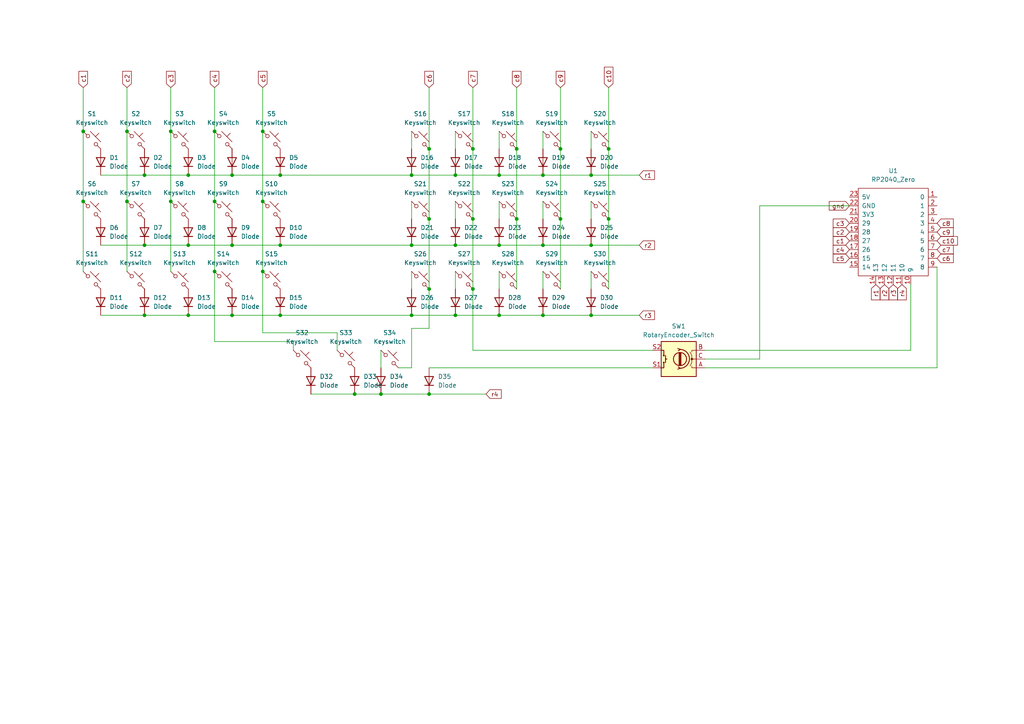
<source format=kicad_sch>
(kicad_sch (version 20230121) (generator eeschema)

  (uuid 06c90a0e-9473-4f75-bdea-c580e35d9ad0)

  (paper "A4")

  (lib_symbols
    (symbol "Device:RotaryEncoder_Switch" (pin_names (offset 0.254) hide) (in_bom yes) (on_board yes)
      (property "Reference" "SW" (at 0 6.604 0)
        (effects (font (size 1.27 1.27)))
      )
      (property "Value" "RotaryEncoder_Switch" (at 0 -6.604 0)
        (effects (font (size 1.27 1.27)))
      )
      (property "Footprint" "" (at -3.81 4.064 0)
        (effects (font (size 1.27 1.27)) hide)
      )
      (property "Datasheet" "~" (at 0 6.604 0)
        (effects (font (size 1.27 1.27)) hide)
      )
      (property "ki_keywords" "rotary switch encoder switch push button" (at 0 0 0)
        (effects (font (size 1.27 1.27)) hide)
      )
      (property "ki_description" "Rotary encoder, dual channel, incremental quadrate outputs, with switch" (at 0 0 0)
        (effects (font (size 1.27 1.27)) hide)
      )
      (property "ki_fp_filters" "RotaryEncoder*Switch*" (at 0 0 0)
        (effects (font (size 1.27 1.27)) hide)
      )
      (symbol "RotaryEncoder_Switch_0_1"
        (rectangle (start -5.08 5.08) (end 5.08 -5.08)
          (stroke (width 0.254) (type default))
          (fill (type background))
        )
        (circle (center -3.81 0) (radius 0.254)
          (stroke (width 0) (type default))
          (fill (type outline))
        )
        (circle (center -0.381 0) (radius 1.905)
          (stroke (width 0.254) (type default))
          (fill (type none))
        )
        (arc (start -0.381 2.667) (mid -3.0988 -0.0635) (end -0.381 -2.794)
          (stroke (width 0.254) (type default))
          (fill (type none))
        )
        (polyline
          (pts
            (xy -0.635 -1.778)
            (xy -0.635 1.778)
          )
          (stroke (width 0.254) (type default))
          (fill (type none))
        )
        (polyline
          (pts
            (xy -0.381 -1.778)
            (xy -0.381 1.778)
          )
          (stroke (width 0.254) (type default))
          (fill (type none))
        )
        (polyline
          (pts
            (xy -0.127 1.778)
            (xy -0.127 -1.778)
          )
          (stroke (width 0.254) (type default))
          (fill (type none))
        )
        (polyline
          (pts
            (xy 3.81 0)
            (xy 3.429 0)
          )
          (stroke (width 0.254) (type default))
          (fill (type none))
        )
        (polyline
          (pts
            (xy 3.81 1.016)
            (xy 3.81 -1.016)
          )
          (stroke (width 0.254) (type default))
          (fill (type none))
        )
        (polyline
          (pts
            (xy -5.08 -2.54)
            (xy -3.81 -2.54)
            (xy -3.81 -2.032)
          )
          (stroke (width 0) (type default))
          (fill (type none))
        )
        (polyline
          (pts
            (xy -5.08 2.54)
            (xy -3.81 2.54)
            (xy -3.81 2.032)
          )
          (stroke (width 0) (type default))
          (fill (type none))
        )
        (polyline
          (pts
            (xy 0.254 -3.048)
            (xy -0.508 -2.794)
            (xy 0.127 -2.413)
          )
          (stroke (width 0.254) (type default))
          (fill (type none))
        )
        (polyline
          (pts
            (xy 0.254 2.921)
            (xy -0.508 2.667)
            (xy 0.127 2.286)
          )
          (stroke (width 0.254) (type default))
          (fill (type none))
        )
        (polyline
          (pts
            (xy 5.08 -2.54)
            (xy 4.318 -2.54)
            (xy 4.318 -1.016)
          )
          (stroke (width 0.254) (type default))
          (fill (type none))
        )
        (polyline
          (pts
            (xy 5.08 2.54)
            (xy 4.318 2.54)
            (xy 4.318 1.016)
          )
          (stroke (width 0.254) (type default))
          (fill (type none))
        )
        (polyline
          (pts
            (xy -5.08 0)
            (xy -3.81 0)
            (xy -3.81 -1.016)
            (xy -3.302 -2.032)
          )
          (stroke (width 0) (type default))
          (fill (type none))
        )
        (polyline
          (pts
            (xy -4.318 0)
            (xy -3.81 0)
            (xy -3.81 1.016)
            (xy -3.302 2.032)
          )
          (stroke (width 0) (type default))
          (fill (type none))
        )
        (circle (center 4.318 -1.016) (radius 0.127)
          (stroke (width 0.254) (type default))
          (fill (type none))
        )
        (circle (center 4.318 1.016) (radius 0.127)
          (stroke (width 0.254) (type default))
          (fill (type none))
        )
      )
      (symbol "RotaryEncoder_Switch_1_1"
        (pin passive line (at -7.62 2.54 0) (length 2.54)
          (name "A" (effects (font (size 1.27 1.27))))
          (number "A" (effects (font (size 1.27 1.27))))
        )
        (pin passive line (at -7.62 -2.54 0) (length 2.54)
          (name "B" (effects (font (size 1.27 1.27))))
          (number "B" (effects (font (size 1.27 1.27))))
        )
        (pin passive line (at -7.62 0 0) (length 2.54)
          (name "C" (effects (font (size 1.27 1.27))))
          (number "C" (effects (font (size 1.27 1.27))))
        )
        (pin passive line (at 7.62 2.54 180) (length 2.54)
          (name "S1" (effects (font (size 1.27 1.27))))
          (number "S1" (effects (font (size 1.27 1.27))))
        )
        (pin passive line (at 7.62 -2.54 180) (length 2.54)
          (name "S2" (effects (font (size 1.27 1.27))))
          (number "S2" (effects (font (size 1.27 1.27))))
        )
      )
    )
    (symbol "ScottoKeebs:MCU_RP2040_Zero" (pin_names (offset 1.016)) (in_bom yes) (on_board yes)
      (property "Reference" "U" (at 0 15.24 0)
        (effects (font (size 1.27 1.27)))
      )
      (property "Value" "RP2040_Zero" (at 0 12.7 0)
        (effects (font (size 1.27 1.27)))
      )
      (property "Footprint" "ScottoKeebs_MCU:RP2040_Zero" (at -8.89 5.08 0)
        (effects (font (size 1.27 1.27)) hide)
      )
      (property "Datasheet" "" (at -8.89 5.08 0)
        (effects (font (size 1.27 1.27)) hide)
      )
      (symbol "MCU_RP2040_Zero_0_1"
        (rectangle (start -10.16 11.43) (end 10.16 -13.97)
          (stroke (width 0) (type default))
          (fill (type none))
        )
      )
      (symbol "MCU_RP2040_Zero_1_1"
        (pin bidirectional line (at 12.7 8.89 180) (length 2.54)
          (name "0" (effects (font (size 1.27 1.27))))
          (number "1" (effects (font (size 1.27 1.27))))
        )
        (pin bidirectional line (at 5.08 -16.51 90) (length 2.54)
          (name "9" (effects (font (size 1.27 1.27))))
          (number "10" (effects (font (size 1.27 1.27))))
        )
        (pin bidirectional line (at 2.54 -16.51 90) (length 2.54)
          (name "10" (effects (font (size 1.27 1.27))))
          (number "11" (effects (font (size 1.27 1.27))))
        )
        (pin bidirectional line (at 0 -16.51 90) (length 2.54)
          (name "11" (effects (font (size 1.27 1.27))))
          (number "12" (effects (font (size 1.27 1.27))))
        )
        (pin bidirectional line (at -2.54 -16.51 90) (length 2.54)
          (name "12" (effects (font (size 1.27 1.27))))
          (number "13" (effects (font (size 1.27 1.27))))
        )
        (pin bidirectional line (at -5.08 -16.51 90) (length 2.54)
          (name "13" (effects (font (size 1.27 1.27))))
          (number "14" (effects (font (size 1.27 1.27))))
        )
        (pin bidirectional line (at -12.7 -11.43 0) (length 2.54)
          (name "14" (effects (font (size 1.27 1.27))))
          (number "15" (effects (font (size 1.27 1.27))))
        )
        (pin bidirectional line (at -12.7 -8.89 0) (length 2.54)
          (name "15" (effects (font (size 1.27 1.27))))
          (number "16" (effects (font (size 1.27 1.27))))
        )
        (pin bidirectional line (at -12.7 -6.35 0) (length 2.54)
          (name "26" (effects (font (size 1.27 1.27))))
          (number "17" (effects (font (size 1.27 1.27))))
        )
        (pin bidirectional line (at -12.7 -3.81 0) (length 2.54)
          (name "27" (effects (font (size 1.27 1.27))))
          (number "18" (effects (font (size 1.27 1.27))))
        )
        (pin bidirectional line (at -12.7 -1.27 0) (length 2.54)
          (name "28" (effects (font (size 1.27 1.27))))
          (number "19" (effects (font (size 1.27 1.27))))
        )
        (pin bidirectional line (at 12.7 6.35 180) (length 2.54)
          (name "1" (effects (font (size 1.27 1.27))))
          (number "2" (effects (font (size 1.27 1.27))))
        )
        (pin bidirectional line (at -12.7 1.27 0) (length 2.54)
          (name "29" (effects (font (size 1.27 1.27))))
          (number "20" (effects (font (size 1.27 1.27))))
        )
        (pin power_out line (at -12.7 3.81 0) (length 2.54)
          (name "3V3" (effects (font (size 1.27 1.27))))
          (number "21" (effects (font (size 1.27 1.27))))
        )
        (pin power_out line (at -12.7 6.35 0) (length 2.54)
          (name "GND" (effects (font (size 1.27 1.27))))
          (number "22" (effects (font (size 1.27 1.27))))
        )
        (pin power_out line (at -12.7 8.89 0) (length 2.54)
          (name "5V" (effects (font (size 1.27 1.27))))
          (number "23" (effects (font (size 1.27 1.27))))
        )
        (pin bidirectional line (at 12.7 3.81 180) (length 2.54)
          (name "2" (effects (font (size 1.27 1.27))))
          (number "3" (effects (font (size 1.27 1.27))))
        )
        (pin bidirectional line (at 12.7 1.27 180) (length 2.54)
          (name "3" (effects (font (size 1.27 1.27))))
          (number "4" (effects (font (size 1.27 1.27))))
        )
        (pin bidirectional line (at 12.7 -1.27 180) (length 2.54)
          (name "4" (effects (font (size 1.27 1.27))))
          (number "5" (effects (font (size 1.27 1.27))))
        )
        (pin bidirectional line (at 12.7 -3.81 180) (length 2.54)
          (name "5" (effects (font (size 1.27 1.27))))
          (number "6" (effects (font (size 1.27 1.27))))
        )
        (pin bidirectional line (at 12.7 -6.35 180) (length 2.54)
          (name "6" (effects (font (size 1.27 1.27))))
          (number "7" (effects (font (size 1.27 1.27))))
        )
        (pin bidirectional line (at 12.7 -8.89 180) (length 2.54)
          (name "7" (effects (font (size 1.27 1.27))))
          (number "8" (effects (font (size 1.27 1.27))))
        )
        (pin bidirectional line (at 12.7 -11.43 180) (length 2.54)
          (name "8" (effects (font (size 1.27 1.27))))
          (number "9" (effects (font (size 1.27 1.27))))
        )
      )
    )
    (symbol "ScottoKeebs:Placeholder_Diode" (pin_numbers hide) (pin_names hide) (in_bom yes) (on_board yes)
      (property "Reference" "D" (at 0 2.54 0)
        (effects (font (size 1.27 1.27)))
      )
      (property "Value" "Diode" (at 0 -2.54 0)
        (effects (font (size 1.27 1.27)))
      )
      (property "Footprint" "" (at 0 0 0)
        (effects (font (size 1.27 1.27)) hide)
      )
      (property "Datasheet" "" (at 0 0 0)
        (effects (font (size 1.27 1.27)) hide)
      )
      (property "Sim.Device" "D" (at 0 0 0)
        (effects (font (size 1.27 1.27)) hide)
      )
      (property "Sim.Pins" "1=K 2=A" (at 0 0 0)
        (effects (font (size 1.27 1.27)) hide)
      )
      (property "ki_keywords" "diode" (at 0 0 0)
        (effects (font (size 1.27 1.27)) hide)
      )
      (property "ki_description" "1N4148 (DO-35) or 1N4148W (SOD-123)" (at 0 0 0)
        (effects (font (size 1.27 1.27)) hide)
      )
      (property "ki_fp_filters" "D*DO?35*" (at 0 0 0)
        (effects (font (size 1.27 1.27)) hide)
      )
      (symbol "Placeholder_Diode_0_1"
        (polyline
          (pts
            (xy -1.27 1.27)
            (xy -1.27 -1.27)
          )
          (stroke (width 0.254) (type default))
          (fill (type none))
        )
        (polyline
          (pts
            (xy 1.27 0)
            (xy -1.27 0)
          )
          (stroke (width 0) (type default))
          (fill (type none))
        )
        (polyline
          (pts
            (xy 1.27 1.27)
            (xy 1.27 -1.27)
            (xy -1.27 0)
            (xy 1.27 1.27)
          )
          (stroke (width 0.254) (type default))
          (fill (type none))
        )
      )
      (symbol "Placeholder_Diode_1_1"
        (pin passive line (at -3.81 0 0) (length 2.54)
          (name "K" (effects (font (size 1.27 1.27))))
          (number "1" (effects (font (size 1.27 1.27))))
        )
        (pin passive line (at 3.81 0 180) (length 2.54)
          (name "A" (effects (font (size 1.27 1.27))))
          (number "2" (effects (font (size 1.27 1.27))))
        )
      )
    )
    (symbol "ScottoKeebs:Placeholder_Keyswitch" (pin_numbers hide) (pin_names (offset 1.016) hide) (in_bom yes) (on_board yes)
      (property "Reference" "S" (at 3.048 1.016 0)
        (effects (font (size 1.27 1.27)) (justify left))
      )
      (property "Value" "Keyswitch" (at 0 -3.81 0)
        (effects (font (size 1.27 1.27)))
      )
      (property "Footprint" "" (at 0 0 0)
        (effects (font (size 1.27 1.27)) hide)
      )
      (property "Datasheet" "~" (at 0 0 0)
        (effects (font (size 1.27 1.27)) hide)
      )
      (property "ki_keywords" "switch normally-open pushbutton push-button" (at 0 0 0)
        (effects (font (size 1.27 1.27)) hide)
      )
      (property "ki_description" "Push button switch, normally open, two pins, 45° tilted" (at 0 0 0)
        (effects (font (size 1.27 1.27)) hide)
      )
      (symbol "Placeholder_Keyswitch_0_1"
        (circle (center -1.1684 1.1684) (radius 0.508)
          (stroke (width 0) (type default))
          (fill (type none))
        )
        (polyline
          (pts
            (xy -0.508 2.54)
            (xy 2.54 -0.508)
          )
          (stroke (width 0) (type default))
          (fill (type none))
        )
        (polyline
          (pts
            (xy 1.016 1.016)
            (xy 2.032 2.032)
          )
          (stroke (width 0) (type default))
          (fill (type none))
        )
        (polyline
          (pts
            (xy -2.54 2.54)
            (xy -1.524 1.524)
            (xy -1.524 1.524)
          )
          (stroke (width 0) (type default))
          (fill (type none))
        )
        (polyline
          (pts
            (xy 1.524 -1.524)
            (xy 2.54 -2.54)
            (xy 2.54 -2.54)
            (xy 2.54 -2.54)
          )
          (stroke (width 0) (type default))
          (fill (type none))
        )
        (circle (center 1.143 -1.1938) (radius 0.508)
          (stroke (width 0) (type default))
          (fill (type none))
        )
        (pin passive line (at -2.54 2.54 0) (length 0)
          (name "1" (effects (font (size 1.27 1.27))))
          (number "1" (effects (font (size 1.27 1.27))))
        )
        (pin passive line (at 2.54 -2.54 180) (length 0)
          (name "2" (effects (font (size 1.27 1.27))))
          (number "2" (effects (font (size 1.27 1.27))))
        )
      )
    )
  )

  (junction (at 171.45 50.8) (diameter 0) (color 0 0 0 0)
    (uuid 0070717c-0b18-4dd7-96fc-ae3e6dd64d38)
  )
  (junction (at 62.23 78.74) (diameter 0) (color 0 0 0 0)
    (uuid 012dbe9a-8987-4764-8798-c749a65631f0)
  )
  (junction (at 54.61 50.8) (diameter 0) (color 0 0 0 0)
    (uuid 198db51b-3eaf-4d71-9ebb-51a029a9846f)
  )
  (junction (at 171.45 91.44) (diameter 0) (color 0 0 0 0)
    (uuid 19e95d70-b658-4b78-b08b-80b2b0d2e270)
  )
  (junction (at 132.08 91.44) (diameter 0) (color 0 0 0 0)
    (uuid 1c65ac77-7fd7-4000-9d2f-f03706b639bc)
  )
  (junction (at 157.48 71.12) (diameter 0) (color 0 0 0 0)
    (uuid 1d1fd33a-2bf8-4cf2-a62b-7bb5be5a0c42)
  )
  (junction (at 36.83 58.42) (diameter 0) (color 0 0 0 0)
    (uuid 1da4b6d1-ab10-40ea-8787-3f0d6b4d2717)
  )
  (junction (at 76.2 78.74) (diameter 0) (color 0 0 0 0)
    (uuid 1e3dc882-b5ef-49cc-a070-8ba4a74a0998)
  )
  (junction (at 67.31 71.12) (diameter 0) (color 0 0 0 0)
    (uuid 232401bd-bb3d-4aa9-b352-6efb5e23a40f)
  )
  (junction (at 49.53 58.42) (diameter 0) (color 0 0 0 0)
    (uuid 24f1bb31-893f-44d0-a7bc-c815b6f44d46)
  )
  (junction (at 171.45 71.12) (diameter 0) (color 0 0 0 0)
    (uuid 270d5e6d-8a00-4af7-b139-de15d7a7c501)
  )
  (junction (at 76.2 58.42) (diameter 0) (color 0 0 0 0)
    (uuid 2c13ad10-21bb-47f6-8537-ec0a2f01cb91)
  )
  (junction (at 162.56 63.5) (diameter 0) (color 0 0 0 0)
    (uuid 3a88fb56-7834-4c92-aca8-1451d4f80dac)
  )
  (junction (at 81.28 91.44) (diameter 0) (color 0 0 0 0)
    (uuid 3cd2ccc3-198b-4937-a353-da5786bf1918)
  )
  (junction (at 41.91 50.8) (diameter 0) (color 0 0 0 0)
    (uuid 4214aac1-7a49-426f-839e-9e226ba4df24)
  )
  (junction (at 157.48 50.8) (diameter 0) (color 0 0 0 0)
    (uuid 497f240f-647d-4c6e-b6e9-31c4066f6f4d)
  )
  (junction (at 67.31 91.44) (diameter 0) (color 0 0 0 0)
    (uuid 4adffad5-89f3-4637-bfa3-029a8c249d43)
  )
  (junction (at 132.08 71.12) (diameter 0) (color 0 0 0 0)
    (uuid 514175ba-c485-408f-ab2d-a16a3bfbe5db)
  )
  (junction (at 144.78 71.12) (diameter 0) (color 0 0 0 0)
    (uuid 520da2bc-afb8-4b8e-915c-2f82bd463380)
  )
  (junction (at 124.46 43.18) (diameter 0) (color 0 0 0 0)
    (uuid 61959be4-60fd-4a32-8d3f-d4696754a089)
  )
  (junction (at 162.56 43.18) (diameter 0) (color 0 0 0 0)
    (uuid 61b396de-127a-49d8-90da-6de6717db833)
  )
  (junction (at 149.86 63.5) (diameter 0) (color 0 0 0 0)
    (uuid 626926de-a533-48cb-9bdc-92c75824c84b)
  )
  (junction (at 119.38 91.44) (diameter 0) (color 0 0 0 0)
    (uuid 642d61bc-7ce7-47e1-8264-959714e454a9)
  )
  (junction (at 81.28 50.8) (diameter 0) (color 0 0 0 0)
    (uuid 674e8913-f0fd-4934-a588-d24207da146c)
  )
  (junction (at 110.49 114.3) (diameter 0) (color 0 0 0 0)
    (uuid 674f061d-8cfb-4b37-bef8-252fd1258dac)
  )
  (junction (at 124.46 83.82) (diameter 0) (color 0 0 0 0)
    (uuid 6fc5c7c4-2370-453b-a71e-7840ef11de93)
  )
  (junction (at 144.78 50.8) (diameter 0) (color 0 0 0 0)
    (uuid 7e4e67bc-64ea-4dcd-a78c-1c514a9059f6)
  )
  (junction (at 124.46 114.3) (diameter 0) (color 0 0 0 0)
    (uuid 7ec390b8-c21a-4332-a9b4-877f6149d749)
  )
  (junction (at 54.61 71.12) (diameter 0) (color 0 0 0 0)
    (uuid 87a4b522-6bbd-4857-8901-4226b313adc1)
  )
  (junction (at 137.16 63.5) (diameter 0) (color 0 0 0 0)
    (uuid 8afd6e35-0749-4200-810f-7b87a8d670de)
  )
  (junction (at 24.13 38.1) (diameter 0) (color 0 0 0 0)
    (uuid 96d7a6b8-9cd6-492a-8600-d7c09d4140b8)
  )
  (junction (at 119.38 50.8) (diameter 0) (color 0 0 0 0)
    (uuid 9ff75fa7-3e6f-4e82-b254-7a7b3ee1ebdc)
  )
  (junction (at 76.2 38.1) (diameter 0) (color 0 0 0 0)
    (uuid a141db24-1d3a-490b-af63-bdf9bf2cec02)
  )
  (junction (at 67.31 50.8) (diameter 0) (color 0 0 0 0)
    (uuid a1614d14-408e-4133-bb0b-a1779b6ae381)
  )
  (junction (at 132.08 50.8) (diameter 0) (color 0 0 0 0)
    (uuid a9ab92a1-1f4c-47c4-8533-3f80b28ef3d3)
  )
  (junction (at 81.28 71.12) (diameter 0) (color 0 0 0 0)
    (uuid adaaf435-6b7d-45f4-924e-e46c745cfdea)
  )
  (junction (at 144.78 91.44) (diameter 0) (color 0 0 0 0)
    (uuid b66f2c94-14af-4716-bec1-3734ffa6b0e5)
  )
  (junction (at 36.83 38.1) (diameter 0) (color 0 0 0 0)
    (uuid b7807a71-d8c5-4a61-961f-424a600d0414)
  )
  (junction (at 41.91 91.44) (diameter 0) (color 0 0 0 0)
    (uuid b8c3bea3-6109-467e-8e2b-f74816fca88f)
  )
  (junction (at 102.87 114.3) (diameter 0) (color 0 0 0 0)
    (uuid be67fbda-128b-4713-80c4-abb329d7478f)
  )
  (junction (at 124.46 63.5) (diameter 0) (color 0 0 0 0)
    (uuid bfd0c0ce-08f7-48d7-a0fd-bd12269e97e7)
  )
  (junction (at 41.91 71.12) (diameter 0) (color 0 0 0 0)
    (uuid c1bfd85f-76c2-4bc0-accb-7289cc4e1a32)
  )
  (junction (at 149.86 43.18) (diameter 0) (color 0 0 0 0)
    (uuid c46bc6b5-23e3-4e53-aa5f-3927c1a4e6a9)
  )
  (junction (at 137.16 43.18) (diameter 0) (color 0 0 0 0)
    (uuid c962ebcd-1712-405a-83cf-010e1a9bf2af)
  )
  (junction (at 119.38 71.12) (diameter 0) (color 0 0 0 0)
    (uuid cbd6a2d3-56a5-4e12-8855-8c87d0d96036)
  )
  (junction (at 24.13 58.42) (diameter 0) (color 0 0 0 0)
    (uuid d22c636c-47c5-46cd-bfdc-6e9f0fbb80bf)
  )
  (junction (at 54.61 91.44) (diameter 0) (color 0 0 0 0)
    (uuid d23de404-fc7a-4357-88c5-45670c695ff4)
  )
  (junction (at 137.16 83.82) (diameter 0) (color 0 0 0 0)
    (uuid dbacbe30-dbc0-41ff-9247-50b11b491250)
  )
  (junction (at 62.23 38.1) (diameter 0) (color 0 0 0 0)
    (uuid e97012c4-59be-405e-abac-b4c9cc7e71f7)
  )
  (junction (at 176.53 63.5) (diameter 0) (color 0 0 0 0)
    (uuid f44f5b04-cedf-4267-a338-b8c71c2b3f05)
  )
  (junction (at 49.53 38.1) (diameter 0) (color 0 0 0 0)
    (uuid f46a81e4-67a5-49d4-8ecd-18d0ea6dd152)
  )
  (junction (at 157.48 91.44) (diameter 0) (color 0 0 0 0)
    (uuid f92f15ae-96de-4a9f-9b8c-6fbf245513d7)
  )
  (junction (at 176.53 43.18) (diameter 0) (color 0 0 0 0)
    (uuid fbddcd33-e740-4dff-a4d5-869130f255ef)
  )
  (junction (at 62.23 58.42) (diameter 0) (color 0 0 0 0)
    (uuid fdf760f2-4acb-4b7d-8cfc-8f49a71d00e0)
  )

  (wire (pts (xy 62.23 99.06) (xy 62.23 78.74))
    (stroke (width 0) (type default))
    (uuid 01991251-8877-4e10-b2a4-b5f2b7dca051)
  )
  (wire (pts (xy 29.21 71.12) (xy 41.91 71.12))
    (stroke (width 0) (type default))
    (uuid 02950786-a961-4753-bd57-7ae692da012b)
  )
  (wire (pts (xy 62.23 78.74) (xy 62.23 58.42))
    (stroke (width 0) (type default))
    (uuid 040b43e1-9f8f-45dc-92c4-d709d28b6603)
  )
  (wire (pts (xy 119.38 95.25) (xy 124.46 95.25))
    (stroke (width 0) (type default))
    (uuid 08b31953-6ae2-4831-8230-759f8eab6a87)
  )
  (wire (pts (xy 62.23 25.4) (xy 62.23 38.1))
    (stroke (width 0) (type default))
    (uuid 09c927a1-bbd2-4682-8bdc-e9eb72fcebb4)
  )
  (wire (pts (xy 119.38 91.44) (xy 132.08 91.44))
    (stroke (width 0) (type default))
    (uuid 09fe8b62-9dbc-4f12-a235-1fb3aef79848)
  )
  (wire (pts (xy 137.16 43.18) (xy 137.16 63.5))
    (stroke (width 0) (type default))
    (uuid 0a6ffd8d-27d0-4a77-a7f9-91f850a0ecaf)
  )
  (wire (pts (xy 85.09 101.6) (xy 85.09 99.06))
    (stroke (width 0) (type default))
    (uuid 0c088665-c406-4add-8cda-f59747b259f2)
  )
  (wire (pts (xy 124.46 43.18) (xy 124.46 25.4))
    (stroke (width 0) (type default))
    (uuid 0cfcc750-5ea5-42cb-a635-d19ab011a157)
  )
  (wire (pts (xy 157.48 71.12) (xy 171.45 71.12))
    (stroke (width 0) (type default))
    (uuid 0e63234a-c9ce-4f19-8b5b-c9e149b8d101)
  )
  (wire (pts (xy 144.78 38.1) (xy 144.78 43.18))
    (stroke (width 0) (type default))
    (uuid 10177ba1-765d-4405-b322-3f9880de4249)
  )
  (wire (pts (xy 124.46 63.5) (xy 124.46 83.82))
    (stroke (width 0) (type default))
    (uuid 10d27b1e-aa2e-4151-81d9-c15ea838eccf)
  )
  (wire (pts (xy 36.83 78.74) (xy 36.83 58.42))
    (stroke (width 0) (type default))
    (uuid 161e0165-44f3-4cad-a8c6-6351827129d9)
  )
  (wire (pts (xy 176.53 43.18) (xy 176.53 25.4))
    (stroke (width 0) (type default))
    (uuid 1a78c9b6-7464-463b-8990-ab8c45e1a438)
  )
  (wire (pts (xy 137.16 83.82) (xy 137.16 101.6))
    (stroke (width 0) (type default))
    (uuid 22473bfc-78f3-4e1f-9a79-d0b63bda81b6)
  )
  (wire (pts (xy 204.47 101.6) (xy 264.16 101.6))
    (stroke (width 0) (type default))
    (uuid 23e153f1-5bee-4b9d-bf05-0586de589898)
  )
  (wire (pts (xy 97.79 96.52) (xy 76.2 96.52))
    (stroke (width 0) (type default))
    (uuid 2df7c275-24ea-4c02-abc3-9be2cf7658ab)
  )
  (wire (pts (xy 137.16 63.5) (xy 137.16 83.82))
    (stroke (width 0) (type default))
    (uuid 33ae1f46-43df-4110-9bd2-ec0c4d9de39f)
  )
  (wire (pts (xy 67.31 91.44) (xy 81.28 91.44))
    (stroke (width 0) (type default))
    (uuid 3684f9c9-b3c9-453a-961e-29f3613abf57)
  )
  (wire (pts (xy 41.91 91.44) (xy 54.61 91.44))
    (stroke (width 0) (type default))
    (uuid 370a4d5d-1768-493a-9b49-fc29d50d1541)
  )
  (wire (pts (xy 67.31 50.8) (xy 81.28 50.8))
    (stroke (width 0) (type default))
    (uuid 4b9a5015-cc4c-4e27-bb1b-3f868370eced)
  )
  (wire (pts (xy 62.23 58.42) (xy 62.23 38.1))
    (stroke (width 0) (type default))
    (uuid 4e58156c-19ea-4115-9a4d-fabf99d2aab6)
  )
  (wire (pts (xy 171.45 50.8) (xy 185.42 50.8))
    (stroke (width 0) (type default))
    (uuid 4efe7e2a-1846-4843-abce-418900c11393)
  )
  (wire (pts (xy 81.28 91.44) (xy 119.38 91.44))
    (stroke (width 0) (type default))
    (uuid 52beeee6-3c7a-43de-9c96-7bff251b8ebf)
  )
  (wire (pts (xy 171.45 38.1) (xy 171.45 43.18))
    (stroke (width 0) (type default))
    (uuid 52cfa97d-3149-4249-9545-76df44ac90f4)
  )
  (wire (pts (xy 246.38 59.69) (xy 220.345 59.69))
    (stroke (width 0) (type default))
    (uuid 57af023c-740b-4f3c-8b4d-116d525a9886)
  )
  (wire (pts (xy 176.53 63.5) (xy 176.53 83.82))
    (stroke (width 0) (type default))
    (uuid 624a5fa7-efe4-4b47-9de3-d2b352de8b6c)
  )
  (wire (pts (xy 144.78 91.44) (xy 157.48 91.44))
    (stroke (width 0) (type default))
    (uuid 6431b413-030f-4672-9110-1316a43dedcf)
  )
  (wire (pts (xy 157.48 78.74) (xy 157.48 83.82))
    (stroke (width 0) (type default))
    (uuid 6439c774-586b-44fe-90e5-68dc02f213e7)
  )
  (wire (pts (xy 132.08 71.12) (xy 144.78 71.12))
    (stroke (width 0) (type default))
    (uuid 6501f4a2-f566-4054-9947-bc2cdad4a5fb)
  )
  (wire (pts (xy 119.38 106.68) (xy 119.38 95.25))
    (stroke (width 0) (type default))
    (uuid 66d041b4-27eb-4e2a-8024-92819df97179)
  )
  (wire (pts (xy 76.2 58.42) (xy 76.2 38.1))
    (stroke (width 0) (type default))
    (uuid 675716f2-9072-49ca-ab89-a527f7152a15)
  )
  (wire (pts (xy 54.61 50.8) (xy 67.31 50.8))
    (stroke (width 0) (type default))
    (uuid 6767bea4-6be1-464a-b53c-980211d1838a)
  )
  (wire (pts (xy 81.28 50.8) (xy 119.38 50.8))
    (stroke (width 0) (type default))
    (uuid 68383912-77c1-41f9-be80-3c9a7abc2888)
  )
  (wire (pts (xy 171.45 58.42) (xy 171.45 63.5))
    (stroke (width 0) (type default))
    (uuid 6d984f50-0bea-4312-ac46-bb81c8a13164)
  )
  (wire (pts (xy 171.45 71.12) (xy 185.42 71.12))
    (stroke (width 0) (type default))
    (uuid 71537a44-f4bf-4345-b1bb-f5a20f814a51)
  )
  (wire (pts (xy 157.48 91.44) (xy 171.45 91.44))
    (stroke (width 0) (type default))
    (uuid 732635cf-9e2e-4b34-8762-d72a2aa1c45b)
  )
  (wire (pts (xy 157.48 58.42) (xy 157.48 63.5))
    (stroke (width 0) (type default))
    (uuid 736b26f3-2162-4fcf-a432-5102fcbb9835)
  )
  (wire (pts (xy 162.56 43.18) (xy 162.56 63.5))
    (stroke (width 0) (type default))
    (uuid 73e518cd-5248-42cb-a370-4f8937b80b56)
  )
  (wire (pts (xy 171.45 78.74) (xy 171.45 83.82))
    (stroke (width 0) (type default))
    (uuid 7779d76b-ef43-4aa5-bedf-5d0fdd936561)
  )
  (wire (pts (xy 149.86 43.18) (xy 149.86 25.4))
    (stroke (width 0) (type default))
    (uuid 795ca247-efba-4f62-a375-6004ef45749a)
  )
  (wire (pts (xy 119.38 78.74) (xy 119.38 83.82))
    (stroke (width 0) (type default))
    (uuid 7a7925a6-aedf-463f-92b5-86195aeeaf36)
  )
  (wire (pts (xy 119.38 71.12) (xy 132.08 71.12))
    (stroke (width 0) (type default))
    (uuid 7b2a39ab-73bf-4653-bed0-112b80989ca6)
  )
  (wire (pts (xy 24.13 25.4) (xy 24.13 38.1))
    (stroke (width 0) (type default))
    (uuid 7b847b6c-1e31-4b38-a995-0d9c7b220555)
  )
  (wire (pts (xy 119.38 58.42) (xy 119.38 63.5))
    (stroke (width 0) (type default))
    (uuid 8085357e-19f9-4889-83df-a6db13f3bbda)
  )
  (wire (pts (xy 81.28 71.12) (xy 119.38 71.12))
    (stroke (width 0) (type default))
    (uuid 8a19c251-e66a-4908-a953-a6aa8d9d0fa1)
  )
  (wire (pts (xy 110.49 114.3) (xy 124.46 114.3))
    (stroke (width 0) (type default))
    (uuid 8ab27ace-d950-403d-bc3a-2d26f55ce535)
  )
  (wire (pts (xy 36.83 25.4) (xy 36.83 38.1))
    (stroke (width 0) (type default))
    (uuid 90afb991-1578-430e-b14f-4f1f68829827)
  )
  (wire (pts (xy 49.53 78.74) (xy 49.53 58.42))
    (stroke (width 0) (type default))
    (uuid 92d9d5f3-c070-49f3-89be-c379cd25517a)
  )
  (wire (pts (xy 24.13 78.74) (xy 24.13 58.42))
    (stroke (width 0) (type default))
    (uuid 93a84ee6-5251-4cc6-93d2-1568c0c7d239)
  )
  (wire (pts (xy 41.91 71.12) (xy 54.61 71.12))
    (stroke (width 0) (type default))
    (uuid 9b7943cd-3c24-4050-9472-55745b1bbcc1)
  )
  (wire (pts (xy 137.16 101.6) (xy 189.23 101.6))
    (stroke (width 0) (type default))
    (uuid 9e67a96d-dcb1-4015-a64e-c77b7cfe9c81)
  )
  (wire (pts (xy 124.46 114.3) (xy 140.97 114.3))
    (stroke (width 0) (type default))
    (uuid 9ee37b9a-500f-4e5e-a30f-48db59170c76)
  )
  (wire (pts (xy 29.21 50.8) (xy 41.91 50.8))
    (stroke (width 0) (type default))
    (uuid 9eef164b-8822-4c9a-9c66-3fa8563b5f53)
  )
  (wire (pts (xy 132.08 58.42) (xy 132.08 63.5))
    (stroke (width 0) (type default))
    (uuid a377ec96-ed4f-4596-a201-d707efd5e3aa)
  )
  (wire (pts (xy 144.78 71.12) (xy 157.48 71.12))
    (stroke (width 0) (type default))
    (uuid a3fdc236-bf72-4b1e-8325-e581451e1309)
  )
  (wire (pts (xy 90.17 114.3) (xy 102.87 114.3))
    (stroke (width 0) (type default))
    (uuid a626b468-2cee-42de-b7a4-163fa0c0e141)
  )
  (wire (pts (xy 24.13 58.42) (xy 24.13 38.1))
    (stroke (width 0) (type default))
    (uuid a81f5055-c6e3-45db-8375-3c78f92e01c5)
  )
  (wire (pts (xy 144.78 78.74) (xy 144.78 83.82))
    (stroke (width 0) (type default))
    (uuid a96994fd-3db3-4f10-b1f8-4d3870b467ef)
  )
  (wire (pts (xy 54.61 91.44) (xy 67.31 91.44))
    (stroke (width 0) (type default))
    (uuid aac46b3e-9728-4d6c-97ee-a4bb218c84ab)
  )
  (wire (pts (xy 220.345 104.14) (xy 204.47 104.14))
    (stroke (width 0) (type default))
    (uuid ac7264aa-c498-4245-8e0c-5db95a609e64)
  )
  (wire (pts (xy 271.78 106.68) (xy 271.78 77.47))
    (stroke (width 0) (type default))
    (uuid ad1dee61-4580-4688-9fcf-141cbd778ee0)
  )
  (wire (pts (xy 124.46 95.25) (xy 124.46 83.82))
    (stroke (width 0) (type default))
    (uuid b56bb248-458d-4a1b-a6a5-ee5fee5af048)
  )
  (wire (pts (xy 144.78 50.8) (xy 157.48 50.8))
    (stroke (width 0) (type default))
    (uuid b8fdbe5b-3606-4f3e-ba49-dbf6c1de25b1)
  )
  (wire (pts (xy 76.2 78.74) (xy 76.2 58.42))
    (stroke (width 0) (type default))
    (uuid b9da58f8-5927-4e65-8f6f-92e4158a46f2)
  )
  (wire (pts (xy 54.61 71.12) (xy 67.31 71.12))
    (stroke (width 0) (type default))
    (uuid bc95e0f6-69b4-44d8-b0c4-d83edf440c11)
  )
  (wire (pts (xy 264.16 101.6) (xy 264.16 82.55))
    (stroke (width 0) (type default))
    (uuid bd701328-da66-4295-8af3-64abd035ad26)
  )
  (wire (pts (xy 220.345 59.69) (xy 220.345 104.14))
    (stroke (width 0) (type default))
    (uuid c0246b14-27b8-40b9-b05b-19b71fc78d64)
  )
  (wire (pts (xy 110.49 101.6) (xy 110.49 106.68))
    (stroke (width 0) (type default))
    (uuid c0d9d0c7-484b-4c51-b98b-1346620f2b2d)
  )
  (wire (pts (xy 204.47 106.68) (xy 271.78 106.68))
    (stroke (width 0) (type default))
    (uuid c1d5dcd5-9aa9-49d3-b0c3-d4570fff7858)
  )
  (wire (pts (xy 137.16 25.4) (xy 137.16 43.18))
    (stroke (width 0) (type default))
    (uuid c38db55d-aa0f-4a87-a43f-d2f4e701a555)
  )
  (wire (pts (xy 157.48 50.8) (xy 171.45 50.8))
    (stroke (width 0) (type default))
    (uuid c73566e0-9a78-4019-ad76-ea40d253f4ca)
  )
  (wire (pts (xy 144.78 58.42) (xy 144.78 63.5))
    (stroke (width 0) (type default))
    (uuid c9c99cac-66bb-4c88-8edc-a34009367043)
  )
  (wire (pts (xy 76.2 25.4) (xy 76.2 38.1))
    (stroke (width 0) (type default))
    (uuid cace8690-e3ec-4455-b106-170db44302b3)
  )
  (wire (pts (xy 36.83 58.42) (xy 36.83 38.1))
    (stroke (width 0) (type default))
    (uuid cae65f40-e713-404e-9fcb-f1b756328064)
  )
  (wire (pts (xy 149.86 43.18) (xy 149.86 63.5))
    (stroke (width 0) (type default))
    (uuid d3201e55-4afe-4964-a4be-e0f447bac168)
  )
  (wire (pts (xy 49.53 58.42) (xy 49.53 38.1))
    (stroke (width 0) (type default))
    (uuid d37be710-0c0e-4ca3-ab29-8b532c6bd44e)
  )
  (wire (pts (xy 132.08 50.8) (xy 144.78 50.8))
    (stroke (width 0) (type default))
    (uuid d431a09d-0d43-48a3-b483-3efc8ce8665c)
  )
  (wire (pts (xy 162.56 43.18) (xy 162.56 25.4))
    (stroke (width 0) (type default))
    (uuid d4767313-0a81-4b09-b7eb-aed7448496b2)
  )
  (wire (pts (xy 119.38 50.8) (xy 132.08 50.8))
    (stroke (width 0) (type default))
    (uuid db209583-3013-4ce2-9721-e637de61e569)
  )
  (wire (pts (xy 149.86 63.5) (xy 149.86 83.82))
    (stroke (width 0) (type default))
    (uuid dbcd9d03-a045-4db1-bfbc-708244fa1aba)
  )
  (wire (pts (xy 132.08 78.74) (xy 132.08 83.82))
    (stroke (width 0) (type default))
    (uuid dc0c6d7f-17c6-4b30-abf7-5fda4ffae84f)
  )
  (wire (pts (xy 29.21 91.44) (xy 41.91 91.44))
    (stroke (width 0) (type default))
    (uuid e09aa41c-32bb-41ce-861b-608ef59a05e4)
  )
  (wire (pts (xy 67.31 71.12) (xy 81.28 71.12))
    (stroke (width 0) (type default))
    (uuid e3d13432-ce34-4210-9f1c-d47bfc5ebce8)
  )
  (wire (pts (xy 185.42 91.44) (xy 171.45 91.44))
    (stroke (width 0) (type default))
    (uuid e4aa07a7-faba-473f-9b25-d900a77e5240)
  )
  (wire (pts (xy 132.08 38.1) (xy 132.08 43.18))
    (stroke (width 0) (type default))
    (uuid e4c9c1cd-8bbb-48ad-8f38-f81908f996d3)
  )
  (wire (pts (xy 49.53 25.4) (xy 49.53 38.1))
    (stroke (width 0) (type default))
    (uuid e603c80d-a37a-4fb5-994e-703e66e1b19d)
  )
  (wire (pts (xy 119.38 38.1) (xy 119.38 43.18))
    (stroke (width 0) (type default))
    (uuid e79a49ff-3308-4d90-b2ea-7b351cda5785)
  )
  (wire (pts (xy 97.79 101.6) (xy 97.79 96.52))
    (stroke (width 0) (type default))
    (uuid e7e49ce3-0988-4997-9530-fe8c1d76cc20)
  )
  (wire (pts (xy 162.56 63.5) (xy 162.56 83.82))
    (stroke (width 0) (type default))
    (uuid eafd6036-8d0a-4a85-8fd5-9c00b1e9b443)
  )
  (wire (pts (xy 132.08 91.44) (xy 144.78 91.44))
    (stroke (width 0) (type default))
    (uuid f0c106dd-88a0-4458-b431-4c08527416c9)
  )
  (wire (pts (xy 102.87 114.3) (xy 110.49 114.3))
    (stroke (width 0) (type default))
    (uuid f12428fa-985e-43b8-9dc2-cfaad7ea5ba0)
  )
  (wire (pts (xy 85.09 99.06) (xy 62.23 99.06))
    (stroke (width 0) (type default))
    (uuid f4f17a60-5fd7-4f30-af51-2501f0ce295a)
  )
  (wire (pts (xy 157.48 38.1) (xy 157.48 43.18))
    (stroke (width 0) (type default))
    (uuid f744806d-bae0-4f16-8ae5-e914c18cfe7a)
  )
  (wire (pts (xy 115.57 106.68) (xy 119.38 106.68))
    (stroke (width 0) (type default))
    (uuid f7d75795-ed67-429b-89b5-43a652f33ddf)
  )
  (wire (pts (xy 41.91 50.8) (xy 54.61 50.8))
    (stroke (width 0) (type default))
    (uuid f82d0930-f093-44b0-85d5-9fa325f39505)
  )
  (wire (pts (xy 124.46 43.18) (xy 124.46 63.5))
    (stroke (width 0) (type default))
    (uuid fb3d2475-cd50-4836-bdc5-c19752adafcd)
  )
  (wire (pts (xy 176.53 43.18) (xy 176.53 63.5))
    (stroke (width 0) (type default))
    (uuid fb783507-fb31-46dc-a0ac-53b2424a8c94)
  )
  (wire (pts (xy 124.46 106.68) (xy 189.23 106.68))
    (stroke (width 0) (type default))
    (uuid fcc2ce65-6304-47cd-937e-6d6a1aef1d49)
  )
  (wire (pts (xy 76.2 96.52) (xy 76.2 78.74))
    (stroke (width 0) (type default))
    (uuid ffc4103e-e375-4faa-b52c-b1af28d9f9e6)
  )

  (global_label "r3" (shape input) (at 259.08 82.55 270) (fields_autoplaced)
    (effects (font (size 1.27 1.27)) (justify right))
    (uuid 02965046-c9b0-427d-bb38-2419152a6fcc)
    (property "Intersheetrefs" "${INTERSHEET_REFS}" (at 259.08 87.5309 90)
      (effects (font (size 1.27 1.27)) (justify right) hide)
    )
  )
  (global_label "c4" (shape input) (at 62.23 25.4 90) (fields_autoplaced)
    (effects (font (size 1.27 1.27)) (justify left))
    (uuid 0f3cd7d6-814a-4354-9c23-45ea541053a0)
    (property "Intersheetrefs" "${INTERSHEET_REFS}" (at 62.23 20.1167 90)
      (effects (font (size 1.27 1.27)) (justify left) hide)
    )
  )
  (global_label "c8" (shape input) (at 271.78 64.77 0) (fields_autoplaced)
    (effects (font (size 1.27 1.27)) (justify left))
    (uuid 1329226e-68e6-47b3-9d6b-ef713434af48)
    (property "Intersheetrefs" "${INTERSHEET_REFS}" (at 277.0633 64.77 0)
      (effects (font (size 1.27 1.27)) (justify left) hide)
    )
  )
  (global_label "r1" (shape input) (at 185.42 50.8 0) (fields_autoplaced)
    (effects (font (size 1.27 1.27)) (justify left))
    (uuid 25a83ddf-e65b-446f-9495-ddb7894fd643)
    (property "Intersheetrefs" "${INTERSHEET_REFS}" (at 190.4009 50.8 0)
      (effects (font (size 1.27 1.27)) (justify left) hide)
    )
  )
  (global_label "c2" (shape input) (at 246.38 67.31 180) (fields_autoplaced)
    (effects (font (size 1.27 1.27)) (justify right))
    (uuid 260eb847-1205-4c33-a21c-1e4856d72d15)
    (property "Intersheetrefs" "${INTERSHEET_REFS}" (at 241.0967 67.31 0)
      (effects (font (size 1.27 1.27)) (justify right) hide)
    )
  )
  (global_label "c4" (shape input) (at 246.38 72.39 180) (fields_autoplaced)
    (effects (font (size 1.27 1.27)) (justify right))
    (uuid 29ca2c20-6b5e-4d6e-bca0-a36774f5b03e)
    (property "Intersheetrefs" "${INTERSHEET_REFS}" (at 241.0967 72.39 0)
      (effects (font (size 1.27 1.27)) (justify right) hide)
    )
  )
  (global_label "c2" (shape input) (at 36.83 25.4 90) (fields_autoplaced)
    (effects (font (size 1.27 1.27)) (justify left))
    (uuid 2dc72964-a746-45be-8534-2a9f25c85e7f)
    (property "Intersheetrefs" "${INTERSHEET_REFS}" (at 36.83 20.1167 90)
      (effects (font (size 1.27 1.27)) (justify left) hide)
    )
  )
  (global_label "c6" (shape input) (at 124.46 25.4 90) (fields_autoplaced)
    (effects (font (size 1.27 1.27)) (justify left))
    (uuid 2f5af83b-0e5d-4bb5-b9c6-9e21ad967b57)
    (property "Intersheetrefs" "${INTERSHEET_REFS}" (at 124.46 20.1167 90)
      (effects (font (size 1.27 1.27)) (justify left) hide)
    )
  )
  (global_label "r1" (shape input) (at 254 82.55 270) (fields_autoplaced)
    (effects (font (size 1.27 1.27)) (justify right))
    (uuid 32fda996-dc1c-43c2-a90e-1c776480e424)
    (property "Intersheetrefs" "${INTERSHEET_REFS}" (at 254 87.5309 90)
      (effects (font (size 1.27 1.27)) (justify right) hide)
    )
  )
  (global_label "c9" (shape input) (at 162.56 25.4 90) (fields_autoplaced)
    (effects (font (size 1.27 1.27)) (justify left))
    (uuid 3c154c39-d835-41c5-b3ca-038c47a26a97)
    (property "Intersheetrefs" "${INTERSHEET_REFS}" (at 162.56 20.1167 90)
      (effects (font (size 1.27 1.27)) (justify left) hide)
    )
  )
  (global_label "c3" (shape input) (at 49.53 25.4 90) (fields_autoplaced)
    (effects (font (size 1.27 1.27)) (justify left))
    (uuid 5e63689c-448f-4c65-9f82-577e7a2d746d)
    (property "Intersheetrefs" "${INTERSHEET_REFS}" (at 49.53 20.1167 90)
      (effects (font (size 1.27 1.27)) (justify left) hide)
    )
  )
  (global_label "c1" (shape input) (at 246.38 69.85 180) (fields_autoplaced)
    (effects (font (size 1.27 1.27)) (justify right))
    (uuid 67d31b20-5256-437a-9672-e7b4ccfd93dd)
    (property "Intersheetrefs" "${INTERSHEET_REFS}" (at 241.0967 69.85 0)
      (effects (font (size 1.27 1.27)) (justify right) hide)
    )
  )
  (global_label "c3" (shape input) (at 246.38 64.77 180) (fields_autoplaced)
    (effects (font (size 1.27 1.27)) (justify right))
    (uuid 6a391c28-e843-4442-801a-9322882c6bfb)
    (property "Intersheetrefs" "${INTERSHEET_REFS}" (at 241.0967 64.77 0)
      (effects (font (size 1.27 1.27)) (justify right) hide)
    )
  )
  (global_label "c8" (shape input) (at 149.86 25.4 90) (fields_autoplaced)
    (effects (font (size 1.27 1.27)) (justify left))
    (uuid 7ef1fe14-4060-4430-9ea9-57f3b3973e64)
    (property "Intersheetrefs" "${INTERSHEET_REFS}" (at 149.86 20.1167 90)
      (effects (font (size 1.27 1.27)) (justify left) hide)
    )
  )
  (global_label "gnd" (shape input) (at 246.38 59.69 180) (fields_autoplaced)
    (effects (font (size 1.27 1.27)) (justify right))
    (uuid 80411f79-daad-4bc8-9e35-32eb10720742)
    (property "Intersheetrefs" "${INTERSHEET_REFS}" (at 239.9478 59.69 0)
      (effects (font (size 1.27 1.27)) (justify right) hide)
    )
  )
  (global_label "c5" (shape input) (at 76.2 25.4 90) (fields_autoplaced)
    (effects (font (size 1.27 1.27)) (justify left))
    (uuid 87159c63-e2ae-446f-b089-a997e640fb19)
    (property "Intersheetrefs" "${INTERSHEET_REFS}" (at 76.2 20.1167 90)
      (effects (font (size 1.27 1.27)) (justify left) hide)
    )
  )
  (global_label "c10" (shape input) (at 176.53 25.4 90) (fields_autoplaced)
    (effects (font (size 1.27 1.27)) (justify left))
    (uuid 8c37e728-7766-4be4-8b5f-3c821763f90c)
    (property "Intersheetrefs" "${INTERSHEET_REFS}" (at 176.53 18.9072 90)
      (effects (font (size 1.27 1.27)) (justify left) hide)
    )
  )
  (global_label "r3" (shape input) (at 185.42 91.44 0) (fields_autoplaced)
    (effects (font (size 1.27 1.27)) (justify left))
    (uuid 8d613338-ecb5-4500-bad3-8f962bad1852)
    (property "Intersheetrefs" "${INTERSHEET_REFS}" (at 190.4009 91.44 0)
      (effects (font (size 1.27 1.27)) (justify left) hide)
    )
  )
  (global_label "c7" (shape input) (at 271.78 72.39 0) (fields_autoplaced)
    (effects (font (size 1.27 1.27)) (justify left))
    (uuid 91eb2cd4-2e05-4264-aad3-7d204c52e9c3)
    (property "Intersheetrefs" "${INTERSHEET_REFS}" (at 277.0633 72.39 0)
      (effects (font (size 1.27 1.27)) (justify left) hide)
    )
  )
  (global_label "r4" (shape input) (at 140.97 114.3 0) (fields_autoplaced)
    (effects (font (size 1.27 1.27)) (justify left))
    (uuid 9d4cb702-006b-49bf-8fef-7edb6f1dce36)
    (property "Intersheetrefs" "${INTERSHEET_REFS}" (at 145.9509 114.3 0)
      (effects (font (size 1.27 1.27)) (justify left) hide)
    )
  )
  (global_label "c10" (shape input) (at 271.78 69.85 0) (fields_autoplaced)
    (effects (font (size 1.27 1.27)) (justify left))
    (uuid b0118503-5d06-4e67-864e-a66670fd280a)
    (property "Intersheetrefs" "${INTERSHEET_REFS}" (at 278.2728 69.85 0)
      (effects (font (size 1.27 1.27)) (justify left) hide)
    )
  )
  (global_label "c7" (shape input) (at 137.16 25.4 90) (fields_autoplaced)
    (effects (font (size 1.27 1.27)) (justify left))
    (uuid b6ea410b-1744-47b9-afbf-ad9c186f7cdc)
    (property "Intersheetrefs" "${INTERSHEET_REFS}" (at 137.16 20.1167 90)
      (effects (font (size 1.27 1.27)) (justify left) hide)
    )
  )
  (global_label "c5" (shape input) (at 246.38 74.93 180) (fields_autoplaced)
    (effects (font (size 1.27 1.27)) (justify right))
    (uuid c728d368-28ab-4429-bcab-0f9586ca62a0)
    (property "Intersheetrefs" "${INTERSHEET_REFS}" (at 241.0967 74.93 0)
      (effects (font (size 1.27 1.27)) (justify right) hide)
    )
  )
  (global_label "c6" (shape input) (at 271.78 74.93 0) (fields_autoplaced)
    (effects (font (size 1.27 1.27)) (justify left))
    (uuid d99b2ae2-8214-4563-adf8-95e3497c610f)
    (property "Intersheetrefs" "${INTERSHEET_REFS}" (at 277.0633 74.93 0)
      (effects (font (size 1.27 1.27)) (justify left) hide)
    )
  )
  (global_label "r2" (shape input) (at 256.54 82.55 270) (fields_autoplaced)
    (effects (font (size 1.27 1.27)) (justify right))
    (uuid ddc2eeb6-659c-4d95-a212-58cc2e66d30a)
    (property "Intersheetrefs" "${INTERSHEET_REFS}" (at 256.54 87.5309 90)
      (effects (font (size 1.27 1.27)) (justify right) hide)
    )
  )
  (global_label "c9" (shape input) (at 271.78 67.31 0) (fields_autoplaced)
    (effects (font (size 1.27 1.27)) (justify left))
    (uuid ddc5e1dd-3f44-4893-b1a5-e74044d8051a)
    (property "Intersheetrefs" "${INTERSHEET_REFS}" (at 277.0633 67.31 0)
      (effects (font (size 1.27 1.27)) (justify left) hide)
    )
  )
  (global_label "r2" (shape input) (at 185.42 71.12 0) (fields_autoplaced)
    (effects (font (size 1.27 1.27)) (justify left))
    (uuid e87ff5bc-176d-4b46-bbf7-b7d0b5c7ead1)
    (property "Intersheetrefs" "${INTERSHEET_REFS}" (at 190.4009 71.12 0)
      (effects (font (size 1.27 1.27)) (justify left) hide)
    )
  )
  (global_label "c1" (shape input) (at 24.13 25.4 90) (fields_autoplaced)
    (effects (font (size 1.27 1.27)) (justify left))
    (uuid f1f41f99-b3fc-4a09-bf78-ac573e3aac60)
    (property "Intersheetrefs" "${INTERSHEET_REFS}" (at 24.13 20.1167 90)
      (effects (font (size 1.27 1.27)) (justify left) hide)
    )
  )
  (global_label "r4" (shape input) (at 261.62 82.55 270) (fields_autoplaced)
    (effects (font (size 1.27 1.27)) (justify right))
    (uuid f4427814-9639-46ec-95e9-8845ad14c831)
    (property "Intersheetrefs" "${INTERSHEET_REFS}" (at 261.62 87.5309 90)
      (effects (font (size 1.27 1.27)) (justify right) hide)
    )
  )

  (symbol (lib_id "ScottoKeebs:Placeholder_Keyswitch") (at 52.07 60.96 0) (unit 1)
    (in_bom yes) (on_board yes) (dnp no) (fields_autoplaced)
    (uuid 023c3151-b42a-4b06-b237-5ad87e2b863c)
    (property "Reference" "S8" (at 52.07 53.34 0)
      (effects (font (size 1.27 1.27)))
    )
    (property "Value" "Keyswitch" (at 52.07 55.88 0)
      (effects (font (size 1.27 1.27)))
    )
    (property "Footprint" "mxChocCombined:keyswitch_cherrymx_alps_choc12_1u" (at 52.07 60.96 0)
      (effects (font (size 1.27 1.27)) hide)
    )
    (property "Datasheet" "~" (at 52.07 60.96 0)
      (effects (font (size 1.27 1.27)) hide)
    )
    (pin "2" (uuid 61ecb66a-2b94-47be-9efb-6aef591f47fb))
    (pin "1" (uuid 15a0856b-d467-4a79-8e08-3e53a9058e0a))
    (instances
      (project "tokeyo_plus"
        (path "/06c90a0e-9473-4f75-bdea-c580e35d9ad0"
          (reference "S8") (unit 1)
        )
      )
    )
  )

  (symbol (lib_id "ScottoKeebs:Placeholder_Keyswitch") (at 52.07 40.64 0) (unit 1)
    (in_bom yes) (on_board yes) (dnp no) (fields_autoplaced)
    (uuid 0ae9dcc3-edb7-4751-8a2d-3544488dea81)
    (property "Reference" "S3" (at 52.07 33.02 0)
      (effects (font (size 1.27 1.27)))
    )
    (property "Value" "Keyswitch" (at 52.07 35.56 0)
      (effects (font (size 1.27 1.27)))
    )
    (property "Footprint" "mxChocCombined:keyswitch_cherrymx_alps_choc12_1u" (at 52.07 40.64 0)
      (effects (font (size 1.27 1.27)) hide)
    )
    (property "Datasheet" "~" (at 52.07 40.64 0)
      (effects (font (size 1.27 1.27)) hide)
    )
    (pin "2" (uuid cffa8444-7b03-4d99-8a13-0236016a3a07))
    (pin "1" (uuid f03def62-e7b0-4e5e-bc9a-738c5dfbeea2))
    (instances
      (project "tokeyo_plus"
        (path "/06c90a0e-9473-4f75-bdea-c580e35d9ad0"
          (reference "S3") (unit 1)
        )
      )
    )
  )

  (symbol (lib_id "ScottoKeebs:Placeholder_Keyswitch") (at 39.37 60.96 0) (unit 1)
    (in_bom yes) (on_board yes) (dnp no) (fields_autoplaced)
    (uuid 17eb7b62-16d6-44f0-b76e-1dcdd31e38e6)
    (property "Reference" "S7" (at 39.37 53.34 0)
      (effects (font (size 1.27 1.27)))
    )
    (property "Value" "Keyswitch" (at 39.37 55.88 0)
      (effects (font (size 1.27 1.27)))
    )
    (property "Footprint" "mxChocCombined:keyswitch_cherrymx_alps_choc12_1u" (at 39.37 60.96 0)
      (effects (font (size 1.27 1.27)) hide)
    )
    (property "Datasheet" "~" (at 39.37 60.96 0)
      (effects (font (size 1.27 1.27)) hide)
    )
    (pin "2" (uuid 4ea8cbe6-b4f9-437d-adca-3345e5f75f8d))
    (pin "1" (uuid 32acf173-4a27-43da-b6dc-d8c6d7ef5129))
    (instances
      (project "tokeyo_plus"
        (path "/06c90a0e-9473-4f75-bdea-c580e35d9ad0"
          (reference "S7") (unit 1)
        )
      )
    )
  )

  (symbol (lib_id "ScottoKeebs:Placeholder_Keyswitch") (at 147.32 60.96 0) (unit 1)
    (in_bom yes) (on_board yes) (dnp no) (fields_autoplaced)
    (uuid 19d8c019-391e-4237-9519-8beff8060495)
    (property "Reference" "S23" (at 147.32 53.34 0)
      (effects (font (size 1.27 1.27)))
    )
    (property "Value" "Keyswitch" (at 147.32 55.88 0)
      (effects (font (size 1.27 1.27)))
    )
    (property "Footprint" "mxChocCombined:keyswitch_cherrymx_alps_choc12_1u" (at 147.32 60.96 0)
      (effects (font (size 1.27 1.27)) hide)
    )
    (property "Datasheet" "~" (at 147.32 60.96 0)
      (effects (font (size 1.27 1.27)) hide)
    )
    (pin "2" (uuid d1faa49b-2f5a-49a8-95cd-51139b8b5ec7))
    (pin "1" (uuid a97428a7-ad2a-4d61-a61e-65c7d6c392d5))
    (instances
      (project "tokeyo_plus"
        (path "/06c90a0e-9473-4f75-bdea-c580e35d9ad0"
          (reference "S23") (unit 1)
        )
      )
    )
  )

  (symbol (lib_id "ScottoKeebs:Placeholder_Diode") (at 119.38 87.63 90) (unit 1)
    (in_bom yes) (on_board yes) (dnp no) (fields_autoplaced)
    (uuid 1b639436-c657-4eb0-bb7e-d2eab9a6d8d5)
    (property "Reference" "D26" (at 121.92 86.36 90)
      (effects (font (size 1.27 1.27)) (justify right))
    )
    (property "Value" "Diode" (at 121.92 88.9 90)
      (effects (font (size 1.27 1.27)) (justify right))
    )
    (property "Footprint" "ScottoKeebs_Components:Diode_DO-35" (at 119.38 87.63 0)
      (effects (font (size 1.27 1.27)) hide)
    )
    (property "Datasheet" "" (at 119.38 87.63 0)
      (effects (font (size 1.27 1.27)) hide)
    )
    (property "Sim.Device" "D" (at 119.38 87.63 0)
      (effects (font (size 1.27 1.27)) hide)
    )
    (property "Sim.Pins" "1=K 2=A" (at 119.38 87.63 0)
      (effects (font (size 1.27 1.27)) hide)
    )
    (pin "2" (uuid 6ed6a3b5-739e-4402-ad57-569e9c3c7d19))
    (pin "1" (uuid 4bd20faf-63bc-4c4a-a165-2b6f644b07bd))
    (instances
      (project "tokeyo_plus"
        (path "/06c90a0e-9473-4f75-bdea-c580e35d9ad0"
          (reference "D26") (unit 1)
        )
      )
    )
  )

  (symbol (lib_id "ScottoKeebs:Placeholder_Keyswitch") (at 64.77 60.96 0) (unit 1)
    (in_bom yes) (on_board yes) (dnp no) (fields_autoplaced)
    (uuid 1f703ccf-99a5-4913-a54b-f1b2884b0bec)
    (property "Reference" "S9" (at 64.77 53.34 0)
      (effects (font (size 1.27 1.27)))
    )
    (property "Value" "Keyswitch" (at 64.77 55.88 0)
      (effects (font (size 1.27 1.27)))
    )
    (property "Footprint" "mxChocCombined:keyswitch_cherrymx_alps_choc12_1u" (at 64.77 60.96 0)
      (effects (font (size 1.27 1.27)) hide)
    )
    (property "Datasheet" "~" (at 64.77 60.96 0)
      (effects (font (size 1.27 1.27)) hide)
    )
    (pin "2" (uuid cae995f3-5b62-4e22-921a-eb02b06840c5))
    (pin "1" (uuid dfb03069-914d-4fda-a51c-7bd14c3b31db))
    (instances
      (project "tokeyo_plus"
        (path "/06c90a0e-9473-4f75-bdea-c580e35d9ad0"
          (reference "S9") (unit 1)
        )
      )
    )
  )

  (symbol (lib_id "ScottoKeebs:Placeholder_Keyswitch") (at 173.99 40.64 0) (unit 1)
    (in_bom yes) (on_board yes) (dnp no) (fields_autoplaced)
    (uuid 2aab3c5a-9e56-4979-a404-4ee62ea76d63)
    (property "Reference" "S20" (at 173.99 33.02 0)
      (effects (font (size 1.27 1.27)))
    )
    (property "Value" "Keyswitch" (at 173.99 35.56 0)
      (effects (font (size 1.27 1.27)))
    )
    (property "Footprint" "mxChocCombined:keyswitch_cherrymx_alps_choc12_1u" (at 173.99 40.64 0)
      (effects (font (size 1.27 1.27)) hide)
    )
    (property "Datasheet" "~" (at 173.99 40.64 0)
      (effects (font (size 1.27 1.27)) hide)
    )
    (pin "2" (uuid 9dd98cfc-3044-4b8a-90a9-4c64cfebc184))
    (pin "1" (uuid 36bc0403-a4ef-4fe4-90f9-7fa1ca8d0fb4))
    (instances
      (project "tokeyo_plus"
        (path "/06c90a0e-9473-4f75-bdea-c580e35d9ad0"
          (reference "S20") (unit 1)
        )
      )
    )
  )

  (symbol (lib_id "ScottoKeebs:Placeholder_Keyswitch") (at 173.99 81.28 0) (unit 1)
    (in_bom yes) (on_board yes) (dnp no) (fields_autoplaced)
    (uuid 2b0778a3-afcc-49b7-8aec-ef5777232af8)
    (property "Reference" "S30" (at 173.99 73.66 0)
      (effects (font (size 1.27 1.27)))
    )
    (property "Value" "Keyswitch" (at 173.99 76.2 0)
      (effects (font (size 1.27 1.27)))
    )
    (property "Footprint" "mxChocCombined:keyswitch_cherrymx_alps_choc12_1u" (at 173.99 81.28 0)
      (effects (font (size 1.27 1.27)) hide)
    )
    (property "Datasheet" "~" (at 173.99 81.28 0)
      (effects (font (size 1.27 1.27)) hide)
    )
    (pin "2" (uuid 3ec5fd3f-47f6-4266-b820-38352e17e045))
    (pin "1" (uuid 429662f4-6e75-49f5-989b-40b2f305ca47))
    (instances
      (project "tokeyo_plus"
        (path "/06c90a0e-9473-4f75-bdea-c580e35d9ad0"
          (reference "S30") (unit 1)
        )
      )
    )
  )

  (symbol (lib_id "ScottoKeebs:Placeholder_Diode") (at 81.28 87.63 90) (unit 1)
    (in_bom yes) (on_board yes) (dnp no) (fields_autoplaced)
    (uuid 2bf6eb16-ea7e-4c81-8cba-6ae2c308067e)
    (property "Reference" "D15" (at 83.82 86.36 90)
      (effects (font (size 1.27 1.27)) (justify right))
    )
    (property "Value" "Diode" (at 83.82 88.9 90)
      (effects (font (size 1.27 1.27)) (justify right))
    )
    (property "Footprint" "ScottoKeebs_Components:Diode_DO-35" (at 81.28 87.63 0)
      (effects (font (size 1.27 1.27)) hide)
    )
    (property "Datasheet" "" (at 81.28 87.63 0)
      (effects (font (size 1.27 1.27)) hide)
    )
    (property "Sim.Device" "D" (at 81.28 87.63 0)
      (effects (font (size 1.27 1.27)) hide)
    )
    (property "Sim.Pins" "1=K 2=A" (at 81.28 87.63 0)
      (effects (font (size 1.27 1.27)) hide)
    )
    (pin "2" (uuid 65cc1a27-c331-418c-a78d-b75a3b5efdd3))
    (pin "1" (uuid bad78f5f-71d7-49bb-bdf5-d285cf3a73e2))
    (instances
      (project "tokeyo_plus"
        (path "/06c90a0e-9473-4f75-bdea-c580e35d9ad0"
          (reference "D15") (unit 1)
        )
      )
    )
  )

  (symbol (lib_id "ScottoKeebs:Placeholder_Diode") (at 54.61 87.63 90) (unit 1)
    (in_bom yes) (on_board yes) (dnp no) (fields_autoplaced)
    (uuid 2c3fcbb2-9927-430f-b75d-40c85b96a866)
    (property "Reference" "D13" (at 57.15 86.36 90)
      (effects (font (size 1.27 1.27)) (justify right))
    )
    (property "Value" "Diode" (at 57.15 88.9 90)
      (effects (font (size 1.27 1.27)) (justify right))
    )
    (property "Footprint" "ScottoKeebs_Components:Diode_DO-35" (at 54.61 87.63 0)
      (effects (font (size 1.27 1.27)) hide)
    )
    (property "Datasheet" "" (at 54.61 87.63 0)
      (effects (font (size 1.27 1.27)) hide)
    )
    (property "Sim.Device" "D" (at 54.61 87.63 0)
      (effects (font (size 1.27 1.27)) hide)
    )
    (property "Sim.Pins" "1=K 2=A" (at 54.61 87.63 0)
      (effects (font (size 1.27 1.27)) hide)
    )
    (pin "2" (uuid 88997b03-ad77-41fb-ade9-8bec89a58d53))
    (pin "1" (uuid 33671307-8751-482e-8cc7-86321d62ceb7))
    (instances
      (project "tokeyo_plus"
        (path "/06c90a0e-9473-4f75-bdea-c580e35d9ad0"
          (reference "D13") (unit 1)
        )
      )
    )
  )

  (symbol (lib_id "ScottoKeebs:Placeholder_Diode") (at 144.78 46.99 90) (unit 1)
    (in_bom yes) (on_board yes) (dnp no) (fields_autoplaced)
    (uuid 35401dc2-1800-4494-9b79-1da7ab45f5d6)
    (property "Reference" "D18" (at 147.32 45.72 90)
      (effects (font (size 1.27 1.27)) (justify right))
    )
    (property "Value" "Diode" (at 147.32 48.26 90)
      (effects (font (size 1.27 1.27)) (justify right))
    )
    (property "Footprint" "ScottoKeebs_Components:Diode_DO-35" (at 144.78 46.99 0)
      (effects (font (size 1.27 1.27)) hide)
    )
    (property "Datasheet" "" (at 144.78 46.99 0)
      (effects (font (size 1.27 1.27)) hide)
    )
    (property "Sim.Device" "D" (at 144.78 46.99 0)
      (effects (font (size 1.27 1.27)) hide)
    )
    (property "Sim.Pins" "1=K 2=A" (at 144.78 46.99 0)
      (effects (font (size 1.27 1.27)) hide)
    )
    (pin "2" (uuid f177d4d7-1233-49d9-b054-e80e96fa287f))
    (pin "1" (uuid 02990163-5ba5-4903-a12b-7a1387d05f8d))
    (instances
      (project "tokeyo_plus"
        (path "/06c90a0e-9473-4f75-bdea-c580e35d9ad0"
          (reference "D18") (unit 1)
        )
      )
    )
  )

  (symbol (lib_id "ScottoKeebs:Placeholder_Diode") (at 132.08 67.31 90) (unit 1)
    (in_bom yes) (on_board yes) (dnp no) (fields_autoplaced)
    (uuid 35f8ba97-2f62-4c0a-ad06-dd4524b17d67)
    (property "Reference" "D22" (at 134.62 66.04 90)
      (effects (font (size 1.27 1.27)) (justify right))
    )
    (property "Value" "Diode" (at 134.62 68.58 90)
      (effects (font (size 1.27 1.27)) (justify right))
    )
    (property "Footprint" "ScottoKeebs_Components:Diode_DO-35" (at 132.08 67.31 0)
      (effects (font (size 1.27 1.27)) hide)
    )
    (property "Datasheet" "" (at 132.08 67.31 0)
      (effects (font (size 1.27 1.27)) hide)
    )
    (property "Sim.Device" "D" (at 132.08 67.31 0)
      (effects (font (size 1.27 1.27)) hide)
    )
    (property "Sim.Pins" "1=K 2=A" (at 132.08 67.31 0)
      (effects (font (size 1.27 1.27)) hide)
    )
    (pin "2" (uuid ecc46495-d8e7-42c2-b001-6ffb1ede72b8))
    (pin "1" (uuid e1594ffe-1373-455c-bc0b-ab111bed7c0d))
    (instances
      (project "tokeyo_plus"
        (path "/06c90a0e-9473-4f75-bdea-c580e35d9ad0"
          (reference "D22") (unit 1)
        )
      )
    )
  )

  (symbol (lib_id "ScottoKeebs:Placeholder_Diode") (at 102.87 110.49 90) (unit 1)
    (in_bom yes) (on_board yes) (dnp no) (fields_autoplaced)
    (uuid 38aad9b6-3762-4b01-a0db-30d99f364347)
    (property "Reference" "D33" (at 105.41 109.22 90)
      (effects (font (size 1.27 1.27)) (justify right))
    )
    (property "Value" "Diode" (at 105.41 111.76 90)
      (effects (font (size 1.27 1.27)) (justify right))
    )
    (property "Footprint" "ScottoKeebs_Components:Diode_DO-35" (at 102.87 110.49 0)
      (effects (font (size 1.27 1.27)) hide)
    )
    (property "Datasheet" "" (at 102.87 110.49 0)
      (effects (font (size 1.27 1.27)) hide)
    )
    (property "Sim.Device" "D" (at 102.87 110.49 0)
      (effects (font (size 1.27 1.27)) hide)
    )
    (property "Sim.Pins" "1=K 2=A" (at 102.87 110.49 0)
      (effects (font (size 1.27 1.27)) hide)
    )
    (pin "2" (uuid 50a4b593-9764-4a3c-9a91-881c9e8f98de))
    (pin "1" (uuid 36e7eaab-b504-4e21-83a2-55157a20fa36))
    (instances
      (project "tokeyo_plus"
        (path "/06c90a0e-9473-4f75-bdea-c580e35d9ad0"
          (reference "D33") (unit 1)
        )
      )
    )
  )

  (symbol (lib_id "ScottoKeebs:MCU_RP2040_Zero") (at 259.08 66.04 0) (unit 1)
    (in_bom yes) (on_board yes) (dnp no) (fields_autoplaced)
    (uuid 3a160e70-259f-46d5-8110-d0e93d2c5f01)
    (property "Reference" "U1" (at 259.08 49.53 0)
      (effects (font (size 1.27 1.27)))
    )
    (property "Value" "RP2040_Zero" (at 259.08 52.07 0)
      (effects (font (size 1.27 1.27)))
    )
    (property "Footprint" "ScottoKeebs_MCU:RP2040_Zero" (at 250.19 60.96 0)
      (effects (font (size 1.27 1.27)) hide)
    )
    (property "Datasheet" "" (at 250.19 60.96 0)
      (effects (font (size 1.27 1.27)) hide)
    )
    (pin "18" (uuid 008f402a-79d0-40b2-bf38-8ab702619d8e))
    (pin "3" (uuid 519234f3-ee85-4c81-96ec-da38cdbfa1f7))
    (pin "2" (uuid 848b4112-cccf-44cf-95b9-61cc874e8e5e))
    (pin "5" (uuid a2b2f029-abcb-4084-b447-2e99282d330e))
    (pin "8" (uuid 0c920dae-1f90-4fd9-923f-e15c3310bbbd))
    (pin "11" (uuid 7a0509e5-4207-484f-b73c-2339abbe942b))
    (pin "19" (uuid 869499af-aca7-42f0-8b00-735a91f95c90))
    (pin "20" (uuid 9a159691-fba4-4f2a-9a69-671d14503779))
    (pin "14" (uuid 884fb741-74c1-4e60-ad9e-8da2d2dcdbe9))
    (pin "15" (uuid 5fdfd842-c5fb-4f5c-90d4-5e529f259641))
    (pin "9" (uuid ad16e4a3-011b-47df-bc4e-430b3646572f))
    (pin "6" (uuid 80cd0119-c114-4a32-9204-7bb570f2f36a))
    (pin "17" (uuid ea38c88a-cbd6-499b-bb7b-ce631ab0af4b))
    (pin "12" (uuid e0aa16dd-0294-404f-9b07-e5e114c9dcbe))
    (pin "16" (uuid 4fc39882-e429-4751-bcf4-ae5de0b765f4))
    (pin "22" (uuid 0684cb0c-7cbd-473b-9c10-d025b12c3a0f))
    (pin "4" (uuid 6afd87be-2549-4040-88a8-63dd05a0a30c))
    (pin "7" (uuid 53b55dab-bc72-4fb4-9d85-0b5a82f35718))
    (pin "13" (uuid 50daaca5-e31a-40fe-af25-4d5025126e03))
    (pin "21" (uuid 51c1d020-d51f-4b2a-880b-8f6c43551c5c))
    (pin "1" (uuid d424cd18-3c81-4dd3-bb66-ac82049aa7a9))
    (pin "10" (uuid 46917c9a-d851-4666-b8a0-8c5a64fb2e0c))
    (pin "23" (uuid e2f6eec3-c37f-40ce-9580-3fd9a5c3ce50))
    (instances
      (project "tokeyo_plus"
        (path "/06c90a0e-9473-4f75-bdea-c580e35d9ad0"
          (reference "U1") (unit 1)
        )
      )
    )
  )

  (symbol (lib_id "ScottoKeebs:Placeholder_Keyswitch") (at 78.74 81.28 0) (unit 1)
    (in_bom yes) (on_board yes) (dnp no) (fields_autoplaced)
    (uuid 4007cba5-b970-433b-a5e2-7107b4c76c80)
    (property "Reference" "S15" (at 78.74 73.66 0)
      (effects (font (size 1.27 1.27)))
    )
    (property "Value" "Keyswitch" (at 78.74 76.2 0)
      (effects (font (size 1.27 1.27)))
    )
    (property "Footprint" "mxChocCombined:keyswitch_cherrymx_alps_choc12_1u" (at 78.74 81.28 0)
      (effects (font (size 1.27 1.27)) hide)
    )
    (property "Datasheet" "~" (at 78.74 81.28 0)
      (effects (font (size 1.27 1.27)) hide)
    )
    (pin "2" (uuid 5abefe18-e5df-43d0-b4b5-013f694da52d))
    (pin "1" (uuid 5256d19f-e504-4d5c-a06f-718829e60f15))
    (instances
      (project "tokeyo_plus"
        (path "/06c90a0e-9473-4f75-bdea-c580e35d9ad0"
          (reference "S15") (unit 1)
        )
      )
    )
  )

  (symbol (lib_id "ScottoKeebs:Placeholder_Keyswitch") (at 160.02 81.28 0) (unit 1)
    (in_bom yes) (on_board yes) (dnp no) (fields_autoplaced)
    (uuid 42efa7c0-9db4-4f98-aaf2-b65fe6793c5d)
    (property "Reference" "S29" (at 160.02 73.66 0)
      (effects (font (size 1.27 1.27)))
    )
    (property "Value" "Keyswitch" (at 160.02 76.2 0)
      (effects (font (size 1.27 1.27)))
    )
    (property "Footprint" "mxChocCombined:keyswitch_cherrymx_alps_choc12_1u" (at 160.02 81.28 0)
      (effects (font (size 1.27 1.27)) hide)
    )
    (property "Datasheet" "~" (at 160.02 81.28 0)
      (effects (font (size 1.27 1.27)) hide)
    )
    (pin "2" (uuid 12a9d101-81c5-4f12-a917-fe57870ff5f9))
    (pin "1" (uuid f393f61d-cce1-4706-b546-8eea88de1703))
    (instances
      (project "tokeyo_plus"
        (path "/06c90a0e-9473-4f75-bdea-c580e35d9ad0"
          (reference "S29") (unit 1)
        )
      )
    )
  )

  (symbol (lib_id "ScottoKeebs:Placeholder_Diode") (at 124.46 110.49 90) (unit 1)
    (in_bom yes) (on_board yes) (dnp no) (fields_autoplaced)
    (uuid 45a0543b-1d97-4a46-b18b-3804e249e6df)
    (property "Reference" "D35" (at 127 109.22 90)
      (effects (font (size 1.27 1.27)) (justify right))
    )
    (property "Value" "Diode" (at 127 111.76 90)
      (effects (font (size 1.27 1.27)) (justify right))
    )
    (property "Footprint" "ScottoKeebs_Components:Diode_DO-35" (at 124.46 110.49 0)
      (effects (font (size 1.27 1.27)) hide)
    )
    (property "Datasheet" "" (at 124.46 110.49 0)
      (effects (font (size 1.27 1.27)) hide)
    )
    (property "Sim.Device" "D" (at 124.46 110.49 0)
      (effects (font (size 1.27 1.27)) hide)
    )
    (property "Sim.Pins" "1=K 2=A" (at 124.46 110.49 0)
      (effects (font (size 1.27 1.27)) hide)
    )
    (pin "2" (uuid 37ed33b0-4fab-470c-b02e-4a146335661f))
    (pin "1" (uuid 585c375a-2620-4b94-a07c-3082f3b815cd))
    (instances
      (project "tokeyo_plus"
        (path "/06c90a0e-9473-4f75-bdea-c580e35d9ad0"
          (reference "D35") (unit 1)
        )
      )
    )
  )

  (symbol (lib_id "ScottoKeebs:Placeholder_Keyswitch") (at 39.37 40.64 0) (unit 1)
    (in_bom yes) (on_board yes) (dnp no) (fields_autoplaced)
    (uuid 47e5befd-4ea1-4682-9e77-81c5903bae8a)
    (property "Reference" "S2" (at 39.37 33.02 0)
      (effects (font (size 1.27 1.27)))
    )
    (property "Value" "Keyswitch" (at 39.37 35.56 0)
      (effects (font (size 1.27 1.27)))
    )
    (property "Footprint" "mxChocCombined:keyswitch_cherrymx_alps_choc12_1u" (at 39.37 40.64 0)
      (effects (font (size 1.27 1.27)) hide)
    )
    (property "Datasheet" "~" (at 39.37 40.64 0)
      (effects (font (size 1.27 1.27)) hide)
    )
    (pin "2" (uuid 24ec4d98-6064-4f74-aaab-68b89375f2e4))
    (pin "1" (uuid 2299bf4b-b89a-4f08-b81e-a6c000af0328))
    (instances
      (project "tokeyo_plus"
        (path "/06c90a0e-9473-4f75-bdea-c580e35d9ad0"
          (reference "S2") (unit 1)
        )
      )
    )
  )

  (symbol (lib_id "ScottoKeebs:Placeholder_Diode") (at 144.78 87.63 90) (unit 1)
    (in_bom yes) (on_board yes) (dnp no) (fields_autoplaced)
    (uuid 4a067198-1a2e-4be8-bd41-9ffd7ceb19f6)
    (property "Reference" "D28" (at 147.32 86.36 90)
      (effects (font (size 1.27 1.27)) (justify right))
    )
    (property "Value" "Diode" (at 147.32 88.9 90)
      (effects (font (size 1.27 1.27)) (justify right))
    )
    (property "Footprint" "ScottoKeebs_Components:Diode_DO-35" (at 144.78 87.63 0)
      (effects (font (size 1.27 1.27)) hide)
    )
    (property "Datasheet" "" (at 144.78 87.63 0)
      (effects (font (size 1.27 1.27)) hide)
    )
    (property "Sim.Device" "D" (at 144.78 87.63 0)
      (effects (font (size 1.27 1.27)) hide)
    )
    (property "Sim.Pins" "1=K 2=A" (at 144.78 87.63 0)
      (effects (font (size 1.27 1.27)) hide)
    )
    (pin "2" (uuid ca481b7c-e679-4859-a31e-be59429b8473))
    (pin "1" (uuid 39ec69a6-1ff1-4437-bee4-f692f25b794b))
    (instances
      (project "tokeyo_plus"
        (path "/06c90a0e-9473-4f75-bdea-c580e35d9ad0"
          (reference "D28") (unit 1)
        )
      )
    )
  )

  (symbol (lib_id "ScottoKeebs:Placeholder_Diode") (at 41.91 87.63 90) (unit 1)
    (in_bom yes) (on_board yes) (dnp no) (fields_autoplaced)
    (uuid 4cdcce15-550d-4de6-a266-946c574d9dd2)
    (property "Reference" "D12" (at 44.45 86.36 90)
      (effects (font (size 1.27 1.27)) (justify right))
    )
    (property "Value" "Diode" (at 44.45 88.9 90)
      (effects (font (size 1.27 1.27)) (justify right))
    )
    (property "Footprint" "ScottoKeebs_Components:Diode_DO-35" (at 41.91 87.63 0)
      (effects (font (size 1.27 1.27)) hide)
    )
    (property "Datasheet" "" (at 41.91 87.63 0)
      (effects (font (size 1.27 1.27)) hide)
    )
    (property "Sim.Device" "D" (at 41.91 87.63 0)
      (effects (font (size 1.27 1.27)) hide)
    )
    (property "Sim.Pins" "1=K 2=A" (at 41.91 87.63 0)
      (effects (font (size 1.27 1.27)) hide)
    )
    (pin "2" (uuid b6b4f86d-615e-493e-883e-541a4e04ab3d))
    (pin "1" (uuid 5da4bf1e-3ab4-4497-b982-2ceb100a2e1e))
    (instances
      (project "tokeyo_plus"
        (path "/06c90a0e-9473-4f75-bdea-c580e35d9ad0"
          (reference "D12") (unit 1)
        )
      )
    )
  )

  (symbol (lib_id "ScottoKeebs:Placeholder_Keyswitch") (at 121.92 60.96 0) (unit 1)
    (in_bom yes) (on_board yes) (dnp no) (fields_autoplaced)
    (uuid 4f180066-e699-4953-930e-9fa2e906fa45)
    (property "Reference" "S21" (at 121.92 53.34 0)
      (effects (font (size 1.27 1.27)))
    )
    (property "Value" "Keyswitch" (at 121.92 55.88 0)
      (effects (font (size 1.27 1.27)))
    )
    (property "Footprint" "mxChocCombined:keyswitch_cherrymx_alps_choc12_1u" (at 121.92 60.96 0)
      (effects (font (size 1.27 1.27)) hide)
    )
    (property "Datasheet" "~" (at 121.92 60.96 0)
      (effects (font (size 1.27 1.27)) hide)
    )
    (pin "2" (uuid 60ae4881-6de0-410c-bee2-3d29df63826a))
    (pin "1" (uuid 1674718b-a8d3-412e-bfbc-50a401a67dac))
    (instances
      (project "tokeyo_plus"
        (path "/06c90a0e-9473-4f75-bdea-c580e35d9ad0"
          (reference "S21") (unit 1)
        )
      )
    )
  )

  (symbol (lib_id "ScottoKeebs:Placeholder_Diode") (at 54.61 67.31 90) (unit 1)
    (in_bom yes) (on_board yes) (dnp no) (fields_autoplaced)
    (uuid 4f7dc2cc-4d7b-49f5-be3c-a20c9fbbebbf)
    (property "Reference" "D8" (at 57.15 66.04 90)
      (effects (font (size 1.27 1.27)) (justify right))
    )
    (property "Value" "Diode" (at 57.15 68.58 90)
      (effects (font (size 1.27 1.27)) (justify right))
    )
    (property "Footprint" "ScottoKeebs_Components:Diode_DO-35" (at 54.61 67.31 0)
      (effects (font (size 1.27 1.27)) hide)
    )
    (property "Datasheet" "" (at 54.61 67.31 0)
      (effects (font (size 1.27 1.27)) hide)
    )
    (property "Sim.Device" "D" (at 54.61 67.31 0)
      (effects (font (size 1.27 1.27)) hide)
    )
    (property "Sim.Pins" "1=K 2=A" (at 54.61 67.31 0)
      (effects (font (size 1.27 1.27)) hide)
    )
    (pin "2" (uuid 43619c8e-19b2-4e2a-abf9-84f88cbd734d))
    (pin "1" (uuid eb070929-8f9b-42fd-bd0b-3f137e165f76))
    (instances
      (project "tokeyo_plus"
        (path "/06c90a0e-9473-4f75-bdea-c580e35d9ad0"
          (reference "D8") (unit 1)
        )
      )
    )
  )

  (symbol (lib_id "ScottoKeebs:Placeholder_Keyswitch") (at 134.62 40.64 0) (unit 1)
    (in_bom yes) (on_board yes) (dnp no) (fields_autoplaced)
    (uuid 58e1baa0-5247-40f2-8514-55713396541b)
    (property "Reference" "S17" (at 134.62 33.02 0)
      (effects (font (size 1.27 1.27)))
    )
    (property "Value" "Keyswitch" (at 134.62 35.56 0)
      (effects (font (size 1.27 1.27)))
    )
    (property "Footprint" "mxChocCombined:keyswitch_cherrymx_alps_choc12_1u" (at 134.62 40.64 0)
      (effects (font (size 1.27 1.27)) hide)
    )
    (property "Datasheet" "~" (at 134.62 40.64 0)
      (effects (font (size 1.27 1.27)) hide)
    )
    (pin "2" (uuid d9a64dba-7b3f-4c14-b4c3-aca0aeea4631))
    (pin "1" (uuid 9b652c61-fcf4-46c6-906a-5f2acd3472aa))
    (instances
      (project "tokeyo_plus"
        (path "/06c90a0e-9473-4f75-bdea-c580e35d9ad0"
          (reference "S17") (unit 1)
        )
      )
    )
  )

  (symbol (lib_id "ScottoKeebs:Placeholder_Diode") (at 81.28 46.99 90) (unit 1)
    (in_bom yes) (on_board yes) (dnp no) (fields_autoplaced)
    (uuid 5f809944-73fe-46f1-adc6-8276cbde7009)
    (property "Reference" "D5" (at 83.82 45.72 90)
      (effects (font (size 1.27 1.27)) (justify right))
    )
    (property "Value" "Diode" (at 83.82 48.26 90)
      (effects (font (size 1.27 1.27)) (justify right))
    )
    (property "Footprint" "ScottoKeebs_Components:Diode_DO-35" (at 81.28 46.99 0)
      (effects (font (size 1.27 1.27)) hide)
    )
    (property "Datasheet" "" (at 81.28 46.99 0)
      (effects (font (size 1.27 1.27)) hide)
    )
    (property "Sim.Device" "D" (at 81.28 46.99 0)
      (effects (font (size 1.27 1.27)) hide)
    )
    (property "Sim.Pins" "1=K 2=A" (at 81.28 46.99 0)
      (effects (font (size 1.27 1.27)) hide)
    )
    (pin "2" (uuid eef4babc-3a2b-4926-b381-5b2de0f15990))
    (pin "1" (uuid baae3383-e4b1-4810-ab03-bc70aefe64f5))
    (instances
      (project "tokeyo_plus"
        (path "/06c90a0e-9473-4f75-bdea-c580e35d9ad0"
          (reference "D5") (unit 1)
        )
      )
    )
  )

  (symbol (lib_id "ScottoKeebs:Placeholder_Keyswitch") (at 26.67 60.96 0) (unit 1)
    (in_bom yes) (on_board yes) (dnp no) (fields_autoplaced)
    (uuid 6d8f71e7-fab0-480e-aa36-2b45c1ff9486)
    (property "Reference" "S6" (at 26.67 53.34 0)
      (effects (font (size 1.27 1.27)))
    )
    (property "Value" "Keyswitch" (at 26.67 55.88 0)
      (effects (font (size 1.27 1.27)))
    )
    (property "Footprint" "mxChocCombined:keyswitch_cherrymx_alps_choc12_1u" (at 26.67 60.96 0)
      (effects (font (size 1.27 1.27)) hide)
    )
    (property "Datasheet" "~" (at 26.67 60.96 0)
      (effects (font (size 1.27 1.27)) hide)
    )
    (pin "2" (uuid 029c4003-9821-4626-959f-83cd155a6568))
    (pin "1" (uuid 88aa0616-59d4-421d-bb1b-bf6b5747d863))
    (instances
      (project "tokeyo_plus"
        (path "/06c90a0e-9473-4f75-bdea-c580e35d9ad0"
          (reference "S6") (unit 1)
        )
      )
    )
  )

  (symbol (lib_id "ScottoKeebs:Placeholder_Keyswitch") (at 121.92 81.28 0) (unit 1)
    (in_bom yes) (on_board yes) (dnp no) (fields_autoplaced)
    (uuid 6fbca549-1eb8-44fd-8fea-6c439d0253e6)
    (property "Reference" "S26" (at 121.92 73.66 0)
      (effects (font (size 1.27 1.27)))
    )
    (property "Value" "Keyswitch" (at 121.92 76.2 0)
      (effects (font (size 1.27 1.27)))
    )
    (property "Footprint" "mxChocCombined:keyswitch_cherrymx_alps_choc12_1u" (at 121.92 81.28 0)
      (effects (font (size 1.27 1.27)) hide)
    )
    (property "Datasheet" "~" (at 121.92 81.28 0)
      (effects (font (size 1.27 1.27)) hide)
    )
    (pin "2" (uuid 1808ef3e-a354-4774-a9aa-c95e77581029))
    (pin "1" (uuid b444c4ff-3567-4743-bd47-c8274c3f473b))
    (instances
      (project "tokeyo_plus"
        (path "/06c90a0e-9473-4f75-bdea-c580e35d9ad0"
          (reference "S26") (unit 1)
        )
      )
    )
  )

  (symbol (lib_id "ScottoKeebs:Placeholder_Diode") (at 171.45 46.99 90) (unit 1)
    (in_bom yes) (on_board yes) (dnp no) (fields_autoplaced)
    (uuid 728682a3-3289-4f71-959e-8f34eedabeac)
    (property "Reference" "D20" (at 173.99 45.72 90)
      (effects (font (size 1.27 1.27)) (justify right))
    )
    (property "Value" "Diode" (at 173.99 48.26 90)
      (effects (font (size 1.27 1.27)) (justify right))
    )
    (property "Footprint" "ScottoKeebs_Components:Diode_DO-35" (at 171.45 46.99 0)
      (effects (font (size 1.27 1.27)) hide)
    )
    (property "Datasheet" "" (at 171.45 46.99 0)
      (effects (font (size 1.27 1.27)) hide)
    )
    (property "Sim.Device" "D" (at 171.45 46.99 0)
      (effects (font (size 1.27 1.27)) hide)
    )
    (property "Sim.Pins" "1=K 2=A" (at 171.45 46.99 0)
      (effects (font (size 1.27 1.27)) hide)
    )
    (pin "2" (uuid 6e56f101-6d7e-42db-80b6-d73e3b59cf50))
    (pin "1" (uuid e8790a20-37a4-46a2-b1b2-b299f55fb333))
    (instances
      (project "tokeyo_plus"
        (path "/06c90a0e-9473-4f75-bdea-c580e35d9ad0"
          (reference "D20") (unit 1)
        )
      )
    )
  )

  (symbol (lib_id "ScottoKeebs:Placeholder_Keyswitch") (at 160.02 60.96 0) (unit 1)
    (in_bom yes) (on_board yes) (dnp no) (fields_autoplaced)
    (uuid 7292f863-52fa-480f-9a44-efd02c02b2de)
    (property "Reference" "S24" (at 160.02 53.34 0)
      (effects (font (size 1.27 1.27)))
    )
    (property "Value" "Keyswitch" (at 160.02 55.88 0)
      (effects (font (size 1.27 1.27)))
    )
    (property "Footprint" "mxChocCombined:keyswitch_cherrymx_alps_choc12_1u" (at 160.02 60.96 0)
      (effects (font (size 1.27 1.27)) hide)
    )
    (property "Datasheet" "~" (at 160.02 60.96 0)
      (effects (font (size 1.27 1.27)) hide)
    )
    (pin "2" (uuid d21048c9-27c1-434d-983c-1d7266ecbf0b))
    (pin "1" (uuid fedb6957-cf69-4a2a-ae87-eea5795c27b3))
    (instances
      (project "tokeyo_plus"
        (path "/06c90a0e-9473-4f75-bdea-c580e35d9ad0"
          (reference "S24") (unit 1)
        )
      )
    )
  )

  (symbol (lib_id "ScottoKeebs:Placeholder_Diode") (at 171.45 67.31 90) (unit 1)
    (in_bom yes) (on_board yes) (dnp no) (fields_autoplaced)
    (uuid 78f80797-01da-4b65-8a27-1aa948457359)
    (property "Reference" "D25" (at 173.99 66.04 90)
      (effects (font (size 1.27 1.27)) (justify right))
    )
    (property "Value" "Diode" (at 173.99 68.58 90)
      (effects (font (size 1.27 1.27)) (justify right))
    )
    (property "Footprint" "ScottoKeebs_Components:Diode_DO-35" (at 171.45 67.31 0)
      (effects (font (size 1.27 1.27)) hide)
    )
    (property "Datasheet" "" (at 171.45 67.31 0)
      (effects (font (size 1.27 1.27)) hide)
    )
    (property "Sim.Device" "D" (at 171.45 67.31 0)
      (effects (font (size 1.27 1.27)) hide)
    )
    (property "Sim.Pins" "1=K 2=A" (at 171.45 67.31 0)
      (effects (font (size 1.27 1.27)) hide)
    )
    (pin "2" (uuid ddd39314-235b-4897-8fb6-3397692562f3))
    (pin "1" (uuid d58d13ae-9134-4bae-aefc-1d5c530feabf))
    (instances
      (project "tokeyo_plus"
        (path "/06c90a0e-9473-4f75-bdea-c580e35d9ad0"
          (reference "D25") (unit 1)
        )
      )
    )
  )

  (symbol (lib_id "ScottoKeebs:Placeholder_Keyswitch") (at 147.32 81.28 0) (unit 1)
    (in_bom yes) (on_board yes) (dnp no) (fields_autoplaced)
    (uuid 82b6e12c-bb48-4971-acbe-4feb481d19df)
    (property "Reference" "S28" (at 147.32 73.66 0)
      (effects (font (size 1.27 1.27)))
    )
    (property "Value" "Keyswitch" (at 147.32 76.2 0)
      (effects (font (size 1.27 1.27)))
    )
    (property "Footprint" "mxChocCombined:keyswitch_cherrymx_alps_choc12_1u" (at 147.32 81.28 0)
      (effects (font (size 1.27 1.27)) hide)
    )
    (property "Datasheet" "~" (at 147.32 81.28 0)
      (effects (font (size 1.27 1.27)) hide)
    )
    (pin "2" (uuid 52fb95cf-9227-42ae-933a-e9ead59091aa))
    (pin "1" (uuid 9ccbc019-6d72-4d4d-9008-ea5b73780299))
    (instances
      (project "tokeyo_plus"
        (path "/06c90a0e-9473-4f75-bdea-c580e35d9ad0"
          (reference "S28") (unit 1)
        )
      )
    )
  )

  (symbol (lib_id "ScottoKeebs:Placeholder_Diode") (at 29.21 46.99 90) (unit 1)
    (in_bom yes) (on_board yes) (dnp no) (fields_autoplaced)
    (uuid 85c4dd71-4033-472f-8f90-4fff98b71fb6)
    (property "Reference" "D1" (at 31.75 45.72 90)
      (effects (font (size 1.27 1.27)) (justify right))
    )
    (property "Value" "Diode" (at 31.75 48.26 90)
      (effects (font (size 1.27 1.27)) (justify right))
    )
    (property "Footprint" "ScottoKeebs_Components:Diode_DO-35" (at 29.21 46.99 0)
      (effects (font (size 1.27 1.27)) hide)
    )
    (property "Datasheet" "" (at 29.21 46.99 0)
      (effects (font (size 1.27 1.27)) hide)
    )
    (property "Sim.Device" "D" (at 29.21 46.99 0)
      (effects (font (size 1.27 1.27)) hide)
    )
    (property "Sim.Pins" "1=K 2=A" (at 29.21 46.99 0)
      (effects (font (size 1.27 1.27)) hide)
    )
    (pin "2" (uuid 8a321459-3fa0-43a6-8a0c-f8ae18c1d32e))
    (pin "1" (uuid f9fe7821-b1ee-4670-bd97-00814553c661))
    (instances
      (project "tokeyo_plus"
        (path "/06c90a0e-9473-4f75-bdea-c580e35d9ad0"
          (reference "D1") (unit 1)
        )
      )
    )
  )

  (symbol (lib_id "ScottoKeebs:Placeholder_Keyswitch") (at 134.62 60.96 0) (unit 1)
    (in_bom yes) (on_board yes) (dnp no) (fields_autoplaced)
    (uuid 8bf2966f-cd56-41d1-a544-f2b7cc5a80d4)
    (property "Reference" "S22" (at 134.62 53.34 0)
      (effects (font (size 1.27 1.27)))
    )
    (property "Value" "Keyswitch" (at 134.62 55.88 0)
      (effects (font (size 1.27 1.27)))
    )
    (property "Footprint" "mxChocCombined:keyswitch_cherrymx_alps_choc12_1u" (at 134.62 60.96 0)
      (effects (font (size 1.27 1.27)) hide)
    )
    (property "Datasheet" "~" (at 134.62 60.96 0)
      (effects (font (size 1.27 1.27)) hide)
    )
    (pin "2" (uuid e9decfb2-1cf1-4e9c-bfc5-f9f890d4ebb4))
    (pin "1" (uuid e05be9c3-3dc7-457d-b914-4dd088546cae))
    (instances
      (project "tokeyo_plus"
        (path "/06c90a0e-9473-4f75-bdea-c580e35d9ad0"
          (reference "S22") (unit 1)
        )
      )
    )
  )

  (symbol (lib_id "ScottoKeebs:Placeholder_Keyswitch") (at 160.02 40.64 0) (unit 1)
    (in_bom yes) (on_board yes) (dnp no) (fields_autoplaced)
    (uuid 8e4603f4-b527-44a6-9cc9-79b6e57fd7c4)
    (property "Reference" "S19" (at 160.02 33.02 0)
      (effects (font (size 1.27 1.27)))
    )
    (property "Value" "Keyswitch" (at 160.02 35.56 0)
      (effects (font (size 1.27 1.27)))
    )
    (property "Footprint" "mxChocCombined:keyswitch_cherrymx_alps_choc12_1u" (at 160.02 40.64 0)
      (effects (font (size 1.27 1.27)) hide)
    )
    (property "Datasheet" "~" (at 160.02 40.64 0)
      (effects (font (size 1.27 1.27)) hide)
    )
    (pin "2" (uuid bd444d2a-5ef2-4f3b-9e1a-71a3b195162d))
    (pin "1" (uuid 63d06e9e-0739-4895-8b81-da2654128c14))
    (instances
      (project "tokeyo_plus"
        (path "/06c90a0e-9473-4f75-bdea-c580e35d9ad0"
          (reference "S19") (unit 1)
        )
      )
    )
  )

  (symbol (lib_id "ScottoKeebs:Placeholder_Diode") (at 119.38 67.31 90) (unit 1)
    (in_bom yes) (on_board yes) (dnp no) (fields_autoplaced)
    (uuid 9043d0a6-df93-4ea3-b44f-a6decba35389)
    (property "Reference" "D21" (at 121.92 66.04 90)
      (effects (font (size 1.27 1.27)) (justify right))
    )
    (property "Value" "Diode" (at 121.92 68.58 90)
      (effects (font (size 1.27 1.27)) (justify right))
    )
    (property "Footprint" "ScottoKeebs_Components:Diode_DO-35" (at 119.38 67.31 0)
      (effects (font (size 1.27 1.27)) hide)
    )
    (property "Datasheet" "" (at 119.38 67.31 0)
      (effects (font (size 1.27 1.27)) hide)
    )
    (property "Sim.Device" "D" (at 119.38 67.31 0)
      (effects (font (size 1.27 1.27)) hide)
    )
    (property "Sim.Pins" "1=K 2=A" (at 119.38 67.31 0)
      (effects (font (size 1.27 1.27)) hide)
    )
    (pin "2" (uuid 2b7c7295-7dce-484d-9f6d-91d1f8604da4))
    (pin "1" (uuid 06a01fdb-6edf-4405-9e9e-6a5304741d93))
    (instances
      (project "tokeyo_plus"
        (path "/06c90a0e-9473-4f75-bdea-c580e35d9ad0"
          (reference "D21") (unit 1)
        )
      )
    )
  )

  (symbol (lib_id "ScottoKeebs:Placeholder_Diode") (at 132.08 87.63 90) (unit 1)
    (in_bom yes) (on_board yes) (dnp no) (fields_autoplaced)
    (uuid 920b6e7a-9e17-4ff5-8af6-d2effbac2112)
    (property "Reference" "D27" (at 134.62 86.36 90)
      (effects (font (size 1.27 1.27)) (justify right))
    )
    (property "Value" "Diode" (at 134.62 88.9 90)
      (effects (font (size 1.27 1.27)) (justify right))
    )
    (property "Footprint" "ScottoKeebs_Components:Diode_DO-35" (at 132.08 87.63 0)
      (effects (font (size 1.27 1.27)) hide)
    )
    (property "Datasheet" "" (at 132.08 87.63 0)
      (effects (font (size 1.27 1.27)) hide)
    )
    (property "Sim.Device" "D" (at 132.08 87.63 0)
      (effects (font (size 1.27 1.27)) hide)
    )
    (property "Sim.Pins" "1=K 2=A" (at 132.08 87.63 0)
      (effects (font (size 1.27 1.27)) hide)
    )
    (pin "2" (uuid e6526a9a-6d53-46eb-abbe-40a38d69653b))
    (pin "1" (uuid 7d662b51-162e-4e30-8428-d433bbf15b39))
    (instances
      (project "tokeyo_plus"
        (path "/06c90a0e-9473-4f75-bdea-c580e35d9ad0"
          (reference "D27") (unit 1)
        )
      )
    )
  )

  (symbol (lib_id "ScottoKeebs:Placeholder_Keyswitch") (at 78.74 60.96 0) (unit 1)
    (in_bom yes) (on_board yes) (dnp no) (fields_autoplaced)
    (uuid 92caf8d9-f975-4c03-89e2-004be46dd4ad)
    (property "Reference" "S10" (at 78.74 53.34 0)
      (effects (font (size 1.27 1.27)))
    )
    (property "Value" "Keyswitch" (at 78.74 55.88 0)
      (effects (font (size 1.27 1.27)))
    )
    (property "Footprint" "mxChocCombined:keyswitch_cherrymx_alps_choc12_1u" (at 78.74 60.96 0)
      (effects (font (size 1.27 1.27)) hide)
    )
    (property "Datasheet" "~" (at 78.74 60.96 0)
      (effects (font (size 1.27 1.27)) hide)
    )
    (pin "2" (uuid 4d54ef2e-fc2e-4afa-925f-cf18c01fb2d8))
    (pin "1" (uuid b8b448ff-95f1-4c52-b322-a0c0576209fd))
    (instances
      (project "tokeyo_plus"
        (path "/06c90a0e-9473-4f75-bdea-c580e35d9ad0"
          (reference "S10") (unit 1)
        )
      )
    )
  )

  (symbol (lib_id "ScottoKeebs:Placeholder_Keyswitch") (at 26.67 81.28 0) (unit 1)
    (in_bom yes) (on_board yes) (dnp no) (fields_autoplaced)
    (uuid 94896677-33cb-4b19-b961-a0fad28521f8)
    (property "Reference" "S11" (at 26.67 73.66 0)
      (effects (font (size 1.27 1.27)))
    )
    (property "Value" "Keyswitch" (at 26.67 76.2 0)
      (effects (font (size 1.27 1.27)))
    )
    (property "Footprint" "mxChocCombined:keyswitch_cherrymx_alps_choc12_1u" (at 26.67 81.28 0)
      (effects (font (size 1.27 1.27)) hide)
    )
    (property "Datasheet" "~" (at 26.67 81.28 0)
      (effects (font (size 1.27 1.27)) hide)
    )
    (pin "2" (uuid 93203cd8-51d6-41a3-9a05-9f6f04890141))
    (pin "1" (uuid 87b58bf5-b52d-4e26-9cb4-f95d626bf9fc))
    (instances
      (project "tokeyo_plus"
        (path "/06c90a0e-9473-4f75-bdea-c580e35d9ad0"
          (reference "S11") (unit 1)
        )
      )
    )
  )

  (symbol (lib_id "ScottoKeebs:Placeholder_Keyswitch") (at 87.63 104.14 0) (unit 1)
    (in_bom yes) (on_board yes) (dnp no) (fields_autoplaced)
    (uuid 96aa84ef-f850-4f3f-8a7d-d0d96c89e4b9)
    (property "Reference" "S32" (at 87.63 96.52 0)
      (effects (font (size 1.27 1.27)))
    )
    (property "Value" "Keyswitch" (at 87.63 99.06 0)
      (effects (font (size 1.27 1.27)))
    )
    (property "Footprint" "mxChocCombined:keyswitch_cherrymx_alps_choc12_1u" (at 87.63 104.14 0)
      (effects (font (size 1.27 1.27)) hide)
    )
    (property "Datasheet" "~" (at 87.63 104.14 0)
      (effects (font (size 1.27 1.27)) hide)
    )
    (pin "2" (uuid 5801da5a-2fd3-45d3-b8d4-f7402657b601))
    (pin "1" (uuid b5752c98-4b09-404b-91f6-24d88d6bc912))
    (instances
      (project "tokeyo_plus"
        (path "/06c90a0e-9473-4f75-bdea-c580e35d9ad0"
          (reference "S32") (unit 1)
        )
      )
    )
  )

  (symbol (lib_id "Device:RotaryEncoder_Switch") (at 196.85 104.14 180) (unit 1)
    (in_bom yes) (on_board yes) (dnp no) (fields_autoplaced)
    (uuid 9989f8a5-dc3b-4756-ba68-da30cee921a3)
    (property "Reference" "SW1" (at 196.85 94.615 0)
      (effects (font (size 1.27 1.27)))
    )
    (property "Value" "RotaryEncoder_Switch" (at 196.85 97.155 0)
      (effects (font (size 1.27 1.27)))
    )
    (property "Footprint" "Rotary_Encoder:RotaryEncoder_Alps_EC11E-Switch_Vertical_H20mm" (at 200.66 108.204 0)
      (effects (font (size 1.27 1.27)) hide)
    )
    (property "Datasheet" "~" (at 196.85 110.744 0)
      (effects (font (size 1.27 1.27)) hide)
    )
    (pin "A" (uuid f5f72586-572f-4391-8b12-4c29e686baa5))
    (pin "S1" (uuid 2cfc74dc-f448-4572-b953-2d27d5cef751))
    (pin "S2" (uuid 81d8358c-f6fe-4e9f-9144-1ee83a9d0829))
    (pin "B" (uuid 506e23e7-cb74-483f-8dc6-8f92a4001146))
    (pin "C" (uuid 27e7f2be-28ff-4750-933d-f970c254b093))
    (instances
      (project "tokeyo_plus"
        (path "/06c90a0e-9473-4f75-bdea-c580e35d9ad0"
          (reference "SW1") (unit 1)
        )
      )
    )
  )

  (symbol (lib_id "ScottoKeebs:Placeholder_Diode") (at 110.49 110.49 90) (unit 1)
    (in_bom yes) (on_board yes) (dnp no) (fields_autoplaced)
    (uuid a0293cf3-c1f3-4b18-abed-02006129caf6)
    (property "Reference" "D34" (at 113.03 109.22 90)
      (effects (font (size 1.27 1.27)) (justify right))
    )
    (property "Value" "Diode" (at 113.03 111.76 90)
      (effects (font (size 1.27 1.27)) (justify right))
    )
    (property "Footprint" "ScottoKeebs_Components:Diode_DO-35" (at 110.49 110.49 0)
      (effects (font (size 1.27 1.27)) hide)
    )
    (property "Datasheet" "" (at 110.49 110.49 0)
      (effects (font (size 1.27 1.27)) hide)
    )
    (property "Sim.Device" "D" (at 110.49 110.49 0)
      (effects (font (size 1.27 1.27)) hide)
    )
    (property "Sim.Pins" "1=K 2=A" (at 110.49 110.49 0)
      (effects (font (size 1.27 1.27)) hide)
    )
    (pin "2" (uuid 0242f36a-0ce6-4670-b8a6-13a013990031))
    (pin "1" (uuid 164a895e-db32-4f2e-ab75-cc0af5624819))
    (instances
      (project "tokeyo_plus"
        (path "/06c90a0e-9473-4f75-bdea-c580e35d9ad0"
          (reference "D34") (unit 1)
        )
      )
    )
  )

  (symbol (lib_id "ScottoKeebs:Placeholder_Diode") (at 90.17 110.49 90) (unit 1)
    (in_bom yes) (on_board yes) (dnp no) (fields_autoplaced)
    (uuid a1d5d3a9-43dc-4dae-b73d-902759258d78)
    (property "Reference" "D32" (at 92.71 109.22 90)
      (effects (font (size 1.27 1.27)) (justify right))
    )
    (property "Value" "Diode" (at 92.71 111.76 90)
      (effects (font (size 1.27 1.27)) (justify right))
    )
    (property "Footprint" "ScottoKeebs_Components:Diode_DO-35" (at 90.17 110.49 0)
      (effects (font (size 1.27 1.27)) hide)
    )
    (property "Datasheet" "" (at 90.17 110.49 0)
      (effects (font (size 1.27 1.27)) hide)
    )
    (property "Sim.Device" "D" (at 90.17 110.49 0)
      (effects (font (size 1.27 1.27)) hide)
    )
    (property "Sim.Pins" "1=K 2=A" (at 90.17 110.49 0)
      (effects (font (size 1.27 1.27)) hide)
    )
    (pin "2" (uuid ae59b767-92d2-44b6-ab44-56ee9ba6fc5b))
    (pin "1" (uuid 8c1bd976-e00d-42c1-bae7-223818d2c585))
    (instances
      (project "tokeyo_plus"
        (path "/06c90a0e-9473-4f75-bdea-c580e35d9ad0"
          (reference "D32") (unit 1)
        )
      )
    )
  )

  (symbol (lib_id "ScottoKeebs:Placeholder_Diode") (at 29.21 67.31 90) (unit 1)
    (in_bom yes) (on_board yes) (dnp no) (fields_autoplaced)
    (uuid a53b051b-bb6c-4327-88d6-4177f2fb9b61)
    (property "Reference" "D6" (at 31.75 66.04 90)
      (effects (font (size 1.27 1.27)) (justify right))
    )
    (property "Value" "Diode" (at 31.75 68.58 90)
      (effects (font (size 1.27 1.27)) (justify right))
    )
    (property "Footprint" "ScottoKeebs_Components:Diode_DO-35" (at 29.21 67.31 0)
      (effects (font (size 1.27 1.27)) hide)
    )
    (property "Datasheet" "" (at 29.21 67.31 0)
      (effects (font (size 1.27 1.27)) hide)
    )
    (property "Sim.Device" "D" (at 29.21 67.31 0)
      (effects (font (size 1.27 1.27)) hide)
    )
    (property "Sim.Pins" "1=K 2=A" (at 29.21 67.31 0)
      (effects (font (size 1.27 1.27)) hide)
    )
    (pin "2" (uuid 4ffd2b9b-1738-431a-90c3-5b317c7c4414))
    (pin "1" (uuid 4c7193f8-73cf-4122-a7f1-25615047408b))
    (instances
      (project "tokeyo_plus"
        (path "/06c90a0e-9473-4f75-bdea-c580e35d9ad0"
          (reference "D6") (unit 1)
        )
      )
    )
  )

  (symbol (lib_id "ScottoKeebs:Placeholder_Diode") (at 54.61 46.99 90) (unit 1)
    (in_bom yes) (on_board yes) (dnp no) (fields_autoplaced)
    (uuid aa92f5a3-3336-4622-96f7-f0b64adc5b8a)
    (property "Reference" "D3" (at 57.15 45.72 90)
      (effects (font (size 1.27 1.27)) (justify right))
    )
    (property "Value" "Diode" (at 57.15 48.26 90)
      (effects (font (size 1.27 1.27)) (justify right))
    )
    (property "Footprint" "ScottoKeebs_Components:Diode_DO-35" (at 54.61 46.99 0)
      (effects (font (size 1.27 1.27)) hide)
    )
    (property "Datasheet" "" (at 54.61 46.99 0)
      (effects (font (size 1.27 1.27)) hide)
    )
    (property "Sim.Device" "D" (at 54.61 46.99 0)
      (effects (font (size 1.27 1.27)) hide)
    )
    (property "Sim.Pins" "1=K 2=A" (at 54.61 46.99 0)
      (effects (font (size 1.27 1.27)) hide)
    )
    (pin "2" (uuid ceeebd3d-841c-4e44-8d45-bec459d53074))
    (pin "1" (uuid 6de80ec6-ca75-4277-9a60-d136c5542a97))
    (instances
      (project "tokeyo_plus"
        (path "/06c90a0e-9473-4f75-bdea-c580e35d9ad0"
          (reference "D3") (unit 1)
        )
      )
    )
  )

  (symbol (lib_id "ScottoKeebs:Placeholder_Keyswitch") (at 134.62 81.28 0) (unit 1)
    (in_bom yes) (on_board yes) (dnp no) (fields_autoplaced)
    (uuid af1219a2-6229-42d8-8323-6aff7d2823d8)
    (property "Reference" "S27" (at 134.62 73.66 0)
      (effects (font (size 1.27 1.27)))
    )
    (property "Value" "Keyswitch" (at 134.62 76.2 0)
      (effects (font (size 1.27 1.27)))
    )
    (property "Footprint" "mxChocCombined:keyswitch_cherrymx_alps_choc12_1u" (at 134.62 81.28 0)
      (effects (font (size 1.27 1.27)) hide)
    )
    (property "Datasheet" "~" (at 134.62 81.28 0)
      (effects (font (size 1.27 1.27)) hide)
    )
    (pin "2" (uuid d999444e-4708-4c65-a7d5-1d19fe732219))
    (pin "1" (uuid 1621ca61-f4ee-4f91-980c-642b56cd6d63))
    (instances
      (project "tokeyo_plus"
        (path "/06c90a0e-9473-4f75-bdea-c580e35d9ad0"
          (reference "S27") (unit 1)
        )
      )
    )
  )

  (symbol (lib_id "ScottoKeebs:Placeholder_Keyswitch") (at 121.92 40.64 0) (unit 1)
    (in_bom yes) (on_board yes) (dnp no) (fields_autoplaced)
    (uuid b0380221-f035-4361-aad4-8f2a1be2ca28)
    (property "Reference" "S16" (at 121.92 33.02 0)
      (effects (font (size 1.27 1.27)))
    )
    (property "Value" "Keyswitch" (at 121.92 35.56 0)
      (effects (font (size 1.27 1.27)))
    )
    (property "Footprint" "mxChocCombined:keyswitch_cherrymx_alps_choc12_1u" (at 121.92 40.64 0)
      (effects (font (size 1.27 1.27)) hide)
    )
    (property "Datasheet" "~" (at 121.92 40.64 0)
      (effects (font (size 1.27 1.27)) hide)
    )
    (pin "2" (uuid ef691790-1888-4503-8f57-0540d63764a7))
    (pin "1" (uuid cfb7df34-d7c5-429c-9fea-2dd88104479d))
    (instances
      (project "tokeyo_plus"
        (path "/06c90a0e-9473-4f75-bdea-c580e35d9ad0"
          (reference "S16") (unit 1)
        )
      )
    )
  )

  (symbol (lib_id "ScottoKeebs:Placeholder_Diode") (at 171.45 87.63 90) (unit 1)
    (in_bom yes) (on_board yes) (dnp no) (fields_autoplaced)
    (uuid b132b04a-ba4a-4774-8bc5-e288d85f45a2)
    (property "Reference" "D30" (at 173.99 86.36 90)
      (effects (font (size 1.27 1.27)) (justify right))
    )
    (property "Value" "Diode" (at 173.99 88.9 90)
      (effects (font (size 1.27 1.27)) (justify right))
    )
    (property "Footprint" "ScottoKeebs_Components:Diode_DO-35" (at 171.45 87.63 0)
      (effects (font (size 1.27 1.27)) hide)
    )
    (property "Datasheet" "" (at 171.45 87.63 0)
      (effects (font (size 1.27 1.27)) hide)
    )
    (property "Sim.Device" "D" (at 171.45 87.63 0)
      (effects (font (size 1.27 1.27)) hide)
    )
    (property "Sim.Pins" "1=K 2=A" (at 171.45 87.63 0)
      (effects (font (size 1.27 1.27)) hide)
    )
    (pin "2" (uuid eb3e09c0-bac3-421d-a9d8-c7e483df4e03))
    (pin "1" (uuid aa9f9e4b-f3fa-4e7e-97ce-e8d6a0f081f1))
    (instances
      (project "tokeyo_plus"
        (path "/06c90a0e-9473-4f75-bdea-c580e35d9ad0"
          (reference "D30") (unit 1)
        )
      )
    )
  )

  (symbol (lib_id "ScottoKeebs:Placeholder_Keyswitch") (at 78.74 40.64 0) (unit 1)
    (in_bom yes) (on_board yes) (dnp no) (fields_autoplaced)
    (uuid b44ddade-614f-46f6-ab43-9e61b832134f)
    (property "Reference" "S5" (at 78.74 33.02 0)
      (effects (font (size 1.27 1.27)))
    )
    (property "Value" "Keyswitch" (at 78.74 35.56 0)
      (effects (font (size 1.27 1.27)))
    )
    (property "Footprint" "mxChocCombined:keyswitch_cherrymx_alps_choc12_1u" (at 78.74 40.64 0)
      (effects (font (size 1.27 1.27)) hide)
    )
    (property "Datasheet" "~" (at 78.74 40.64 0)
      (effects (font (size 1.27 1.27)) hide)
    )
    (pin "2" (uuid 8d8dab6b-68f3-4741-bcdc-2cfdc11898e3))
    (pin "1" (uuid 4d75c8b5-484d-46fa-b129-41cbed32e081))
    (instances
      (project "tokeyo_plus"
        (path "/06c90a0e-9473-4f75-bdea-c580e35d9ad0"
          (reference "S5") (unit 1)
        )
      )
    )
  )

  (symbol (lib_id "ScottoKeebs:Placeholder_Diode") (at 119.38 46.99 90) (unit 1)
    (in_bom yes) (on_board yes) (dnp no) (fields_autoplaced)
    (uuid b7f8d902-308e-4567-bc71-03ce5158e05e)
    (property "Reference" "D16" (at 121.92 45.72 90)
      (effects (font (size 1.27 1.27)) (justify right))
    )
    (property "Value" "Diode" (at 121.92 48.26 90)
      (effects (font (size 1.27 1.27)) (justify right))
    )
    (property "Footprint" "ScottoKeebs_Components:Diode_DO-35" (at 119.38 46.99 0)
      (effects (font (size 1.27 1.27)) hide)
    )
    (property "Datasheet" "" (at 119.38 46.99 0)
      (effects (font (size 1.27 1.27)) hide)
    )
    (property "Sim.Device" "D" (at 119.38 46.99 0)
      (effects (font (size 1.27 1.27)) hide)
    )
    (property "Sim.Pins" "1=K 2=A" (at 119.38 46.99 0)
      (effects (font (size 1.27 1.27)) hide)
    )
    (pin "2" (uuid 3211df09-e8e7-4fad-92d7-649e77a40dc6))
    (pin "1" (uuid 5cd6f0e1-dd4a-4d79-b20e-b3ee759b8e2d))
    (instances
      (project "tokeyo_plus"
        (path "/06c90a0e-9473-4f75-bdea-c580e35d9ad0"
          (reference "D16") (unit 1)
        )
      )
    )
  )

  (symbol (lib_id "ScottoKeebs:Placeholder_Diode") (at 157.48 46.99 90) (unit 1)
    (in_bom yes) (on_board yes) (dnp no) (fields_autoplaced)
    (uuid bae7d8e3-791c-4ec1-99e2-cb42f24daad0)
    (property "Reference" "D19" (at 160.02 45.72 90)
      (effects (font (size 1.27 1.27)) (justify right))
    )
    (property "Value" "Diode" (at 160.02 48.26 90)
      (effects (font (size 1.27 1.27)) (justify right))
    )
    (property "Footprint" "ScottoKeebs_Components:Diode_DO-35" (at 157.48 46.99 0)
      (effects (font (size 1.27 1.27)) hide)
    )
    (property "Datasheet" "" (at 157.48 46.99 0)
      (effects (font (size 1.27 1.27)) hide)
    )
    (property "Sim.Device" "D" (at 157.48 46.99 0)
      (effects (font (size 1.27 1.27)) hide)
    )
    (property "Sim.Pins" "1=K 2=A" (at 157.48 46.99 0)
      (effects (font (size 1.27 1.27)) hide)
    )
    (pin "2" (uuid fa6b4cdf-1bd1-4e5f-a4e2-91391bb20291))
    (pin "1" (uuid 0f41666b-d31a-4f0e-929a-ff7b6fead199))
    (instances
      (project "tokeyo_plus"
        (path "/06c90a0e-9473-4f75-bdea-c580e35d9ad0"
          (reference "D19") (unit 1)
        )
      )
    )
  )

  (symbol (lib_id "ScottoKeebs:Placeholder_Diode") (at 67.31 67.31 90) (unit 1)
    (in_bom yes) (on_board yes) (dnp no) (fields_autoplaced)
    (uuid bbdee069-8881-4147-8f8b-abae304cdc9c)
    (property "Reference" "D9" (at 69.85 66.04 90)
      (effects (font (size 1.27 1.27)) (justify right))
    )
    (property "Value" "Diode" (at 69.85 68.58 90)
      (effects (font (size 1.27 1.27)) (justify right))
    )
    (property "Footprint" "ScottoKeebs_Components:Diode_DO-35" (at 67.31 67.31 0)
      (effects (font (size 1.27 1.27)) hide)
    )
    (property "Datasheet" "" (at 67.31 67.31 0)
      (effects (font (size 1.27 1.27)) hide)
    )
    (property "Sim.Device" "D" (at 67.31 67.31 0)
      (effects (font (size 1.27 1.27)) hide)
    )
    (property "Sim.Pins" "1=K 2=A" (at 67.31 67.31 0)
      (effects (font (size 1.27 1.27)) hide)
    )
    (pin "2" (uuid 40d9d162-da26-4e75-bfd6-0502a92613f2))
    (pin "1" (uuid 3bf4d50a-6231-49c7-b2d1-0415910800ef))
    (instances
      (project "tokeyo_plus"
        (path "/06c90a0e-9473-4f75-bdea-c580e35d9ad0"
          (reference "D9") (unit 1)
        )
      )
    )
  )

  (symbol (lib_id "ScottoKeebs:Placeholder_Keyswitch") (at 26.67 40.64 0) (unit 1)
    (in_bom yes) (on_board yes) (dnp no) (fields_autoplaced)
    (uuid bdc56df1-c3f7-48a9-ae09-0bdc3ef82e5f)
    (property "Reference" "S1" (at 26.67 33.02 0)
      (effects (font (size 1.27 1.27)))
    )
    (property "Value" "Keyswitch" (at 26.67 35.56 0)
      (effects (font (size 1.27 1.27)))
    )
    (property "Footprint" "mxChocCombined:keyswitch_cherrymx_alps_choc12_1u" (at 26.67 40.64 0)
      (effects (font (size 1.27 1.27)) hide)
    )
    (property "Datasheet" "~" (at 26.67 40.64 0)
      (effects (font (size 1.27 1.27)) hide)
    )
    (pin "2" (uuid 08073c1a-ab7f-4a5f-b71d-d0df06509f00))
    (pin "1" (uuid 407a1b7a-d4c0-4298-bf40-7dc06964b598))
    (instances
      (project "tokeyo_plus"
        (path "/06c90a0e-9473-4f75-bdea-c580e35d9ad0"
          (reference "S1") (unit 1)
        )
      )
    )
  )

  (symbol (lib_id "ScottoKeebs:Placeholder_Keyswitch") (at 64.77 40.64 0) (unit 1)
    (in_bom yes) (on_board yes) (dnp no) (fields_autoplaced)
    (uuid c14b13af-16de-492e-85d4-5c8007573438)
    (property "Reference" "S4" (at 64.77 33.02 0)
      (effects (font (size 1.27 1.27)))
    )
    (property "Value" "Keyswitch" (at 64.77 35.56 0)
      (effects (font (size 1.27 1.27)))
    )
    (property "Footprint" "mxChocCombined:keyswitch_cherrymx_alps_choc12_1u" (at 64.77 40.64 0)
      (effects (font (size 1.27 1.27)) hide)
    )
    (property "Datasheet" "~" (at 64.77 40.64 0)
      (effects (font (size 1.27 1.27)) hide)
    )
    (pin "2" (uuid 1a21f18b-bad6-43c8-b365-b3182bc3c070))
    (pin "1" (uuid 440b9581-3e3e-4f9a-9e7a-511274bf38eb))
    (instances
      (project "tokeyo_plus"
        (path "/06c90a0e-9473-4f75-bdea-c580e35d9ad0"
          (reference "S4") (unit 1)
        )
      )
    )
  )

  (symbol (lib_id "ScottoKeebs:Placeholder_Diode") (at 81.28 67.31 90) (unit 1)
    (in_bom yes) (on_board yes) (dnp no) (fields_autoplaced)
    (uuid c2ae1434-2474-498b-8db0-c2440273200e)
    (property "Reference" "D10" (at 83.82 66.04 90)
      (effects (font (size 1.27 1.27)) (justify right))
    )
    (property "Value" "Diode" (at 83.82 68.58 90)
      (effects (font (size 1.27 1.27)) (justify right))
    )
    (property "Footprint" "ScottoKeebs_Components:Diode_DO-35" (at 81.28 67.31 0)
      (effects (font (size 1.27 1.27)) hide)
    )
    (property "Datasheet" "" (at 81.28 67.31 0)
      (effects (font (size 1.27 1.27)) hide)
    )
    (property "Sim.Device" "D" (at 81.28 67.31 0)
      (effects (font (size 1.27 1.27)) hide)
    )
    (property "Sim.Pins" "1=K 2=A" (at 81.28 67.31 0)
      (effects (font (size 1.27 1.27)) hide)
    )
    (pin "2" (uuid 84259cd5-6e04-45b6-b704-610d7484a838))
    (pin "1" (uuid ef0465ff-490f-4b50-b836-6d66ac9fb6e5))
    (instances
      (project "tokeyo_plus"
        (path "/06c90a0e-9473-4f75-bdea-c580e35d9ad0"
          (reference "D10") (unit 1)
        )
      )
    )
  )

  (symbol (lib_id "ScottoKeebs:Placeholder_Diode") (at 144.78 67.31 90) (unit 1)
    (in_bom yes) (on_board yes) (dnp no) (fields_autoplaced)
    (uuid c54a1757-46b4-4df6-b28b-1596e7943fa3)
    (property "Reference" "D23" (at 147.32 66.04 90)
      (effects (font (size 1.27 1.27)) (justify right))
    )
    (property "Value" "Diode" (at 147.32 68.58 90)
      (effects (font (size 1.27 1.27)) (justify right))
    )
    (property "Footprint" "ScottoKeebs_Components:Diode_DO-35" (at 144.78 67.31 0)
      (effects (font (size 1.27 1.27)) hide)
    )
    (property "Datasheet" "" (at 144.78 67.31 0)
      (effects (font (size 1.27 1.27)) hide)
    )
    (property "Sim.Device" "D" (at 144.78 67.31 0)
      (effects (font (size 1.27 1.27)) hide)
    )
    (property "Sim.Pins" "1=K 2=A" (at 144.78 67.31 0)
      (effects (font (size 1.27 1.27)) hide)
    )
    (pin "2" (uuid c00b3864-4595-43aa-9a7b-a7061ec19eb8))
    (pin "1" (uuid 9acb5589-4801-4a08-8878-19cdf38da373))
    (instances
      (project "tokeyo_plus"
        (path "/06c90a0e-9473-4f75-bdea-c580e35d9ad0"
          (reference "D23") (unit 1)
        )
      )
    )
  )

  (symbol (lib_id "ScottoKeebs:Placeholder_Keyswitch") (at 147.32 40.64 0) (unit 1)
    (in_bom yes) (on_board yes) (dnp no) (fields_autoplaced)
    (uuid c9a93dcc-2183-432d-8c60-05d0bb1f62ef)
    (property "Reference" "S18" (at 147.32 33.02 0)
      (effects (font (size 1.27 1.27)))
    )
    (property "Value" "Keyswitch" (at 147.32 35.56 0)
      (effects (font (size 1.27 1.27)))
    )
    (property "Footprint" "mxChocCombined:keyswitch_cherrymx_alps_choc12_1u" (at 147.32 40.64 0)
      (effects (font (size 1.27 1.27)) hide)
    )
    (property "Datasheet" "~" (at 147.32 40.64 0)
      (effects (font (size 1.27 1.27)) hide)
    )
    (pin "2" (uuid de0918fd-88cb-41df-a8f3-2a8c640ab11e))
    (pin "1" (uuid c6ebf75f-72d6-4be2-81b3-81db445bff87))
    (instances
      (project "tokeyo_plus"
        (path "/06c90a0e-9473-4f75-bdea-c580e35d9ad0"
          (reference "S18") (unit 1)
        )
      )
    )
  )

  (symbol (lib_id "ScottoKeebs:Placeholder_Diode") (at 157.48 67.31 90) (unit 1)
    (in_bom yes) (on_board yes) (dnp no) (fields_autoplaced)
    (uuid cada441f-8000-4bee-9519-b834d5432c79)
    (property "Reference" "D24" (at 160.02 66.04 90)
      (effects (font (size 1.27 1.27)) (justify right))
    )
    (property "Value" "Diode" (at 160.02 68.58 90)
      (effects (font (size 1.27 1.27)) (justify right))
    )
    (property "Footprint" "ScottoKeebs_Components:Diode_DO-35" (at 157.48 67.31 0)
      (effects (font (size 1.27 1.27)) hide)
    )
    (property "Datasheet" "" (at 157.48 67.31 0)
      (effects (font (size 1.27 1.27)) hide)
    )
    (property "Sim.Device" "D" (at 157.48 67.31 0)
      (effects (font (size 1.27 1.27)) hide)
    )
    (property "Sim.Pins" "1=K 2=A" (at 157.48 67.31 0)
      (effects (font (size 1.27 1.27)) hide)
    )
    (pin "2" (uuid 3ec0fe71-ce60-4c14-b6bc-18416232ff6d))
    (pin "1" (uuid 94b6acac-3d52-4db3-a92a-e4533ab10d8d))
    (instances
      (project "tokeyo_plus"
        (path "/06c90a0e-9473-4f75-bdea-c580e35d9ad0"
          (reference "D24") (unit 1)
        )
      )
    )
  )

  (symbol (lib_id "ScottoKeebs:Placeholder_Keyswitch") (at 39.37 81.28 0) (unit 1)
    (in_bom yes) (on_board yes) (dnp no) (fields_autoplaced)
    (uuid d671058c-5593-4be6-9653-b11f7ab47426)
    (property "Reference" "S12" (at 39.37 73.66 0)
      (effects (font (size 1.27 1.27)))
    )
    (property "Value" "Keyswitch" (at 39.37 76.2 0)
      (effects (font (size 1.27 1.27)))
    )
    (property "Footprint" "mxChocCombined:keyswitch_cherrymx_alps_choc12_1u" (at 39.37 81.28 0)
      (effects (font (size 1.27 1.27)) hide)
    )
    (property "Datasheet" "~" (at 39.37 81.28 0)
      (effects (font (size 1.27 1.27)) hide)
    )
    (pin "2" (uuid 91920656-6615-4ead-b312-52013d45a053))
    (pin "1" (uuid 715f8553-6b5e-4762-9ee4-0495570a7767))
    (instances
      (project "tokeyo_plus"
        (path "/06c90a0e-9473-4f75-bdea-c580e35d9ad0"
          (reference "S12") (unit 1)
        )
      )
    )
  )

  (symbol (lib_id "ScottoKeebs:Placeholder_Diode") (at 29.21 87.63 90) (unit 1)
    (in_bom yes) (on_board yes) (dnp no) (fields_autoplaced)
    (uuid da2fa717-1b6c-4863-8b7e-f0efdcab98a0)
    (property "Reference" "D11" (at 31.75 86.36 90)
      (effects (font (size 1.27 1.27)) (justify right))
    )
    (property "Value" "Diode" (at 31.75 88.9 90)
      (effects (font (size 1.27 1.27)) (justify right))
    )
    (property "Footprint" "ScottoKeebs_Components:Diode_DO-35" (at 29.21 87.63 0)
      (effects (font (size 1.27 1.27)) hide)
    )
    (property "Datasheet" "" (at 29.21 87.63 0)
      (effects (font (size 1.27 1.27)) hide)
    )
    (property "Sim.Device" "D" (at 29.21 87.63 0)
      (effects (font (size 1.27 1.27)) hide)
    )
    (property "Sim.Pins" "1=K 2=A" (at 29.21 87.63 0)
      (effects (font (size 1.27 1.27)) hide)
    )
    (pin "2" (uuid 57e4c911-ad89-422f-97ef-6a792b59a09a))
    (pin "1" (uuid c649375f-bd5c-46db-a03f-9beeeef1f04a))
    (instances
      (project "tokeyo_plus"
        (path "/06c90a0e-9473-4f75-bdea-c580e35d9ad0"
          (reference "D11") (unit 1)
        )
      )
    )
  )

  (symbol (lib_id "ScottoKeebs:Placeholder_Diode") (at 41.91 67.31 90) (unit 1)
    (in_bom yes) (on_board yes) (dnp no) (fields_autoplaced)
    (uuid da7d5e45-6845-438e-9f85-c3ab1c3bc2cc)
    (property "Reference" "D7" (at 44.45 66.04 90)
      (effects (font (size 1.27 1.27)) (justify right))
    )
    (property "Value" "Diode" (at 44.45 68.58 90)
      (effects (font (size 1.27 1.27)) (justify right))
    )
    (property "Footprint" "ScottoKeebs_Components:Diode_DO-35" (at 41.91 67.31 0)
      (effects (font (size 1.27 1.27)) hide)
    )
    (property "Datasheet" "" (at 41.91 67.31 0)
      (effects (font (size 1.27 1.27)) hide)
    )
    (property "Sim.Device" "D" (at 41.91 67.31 0)
      (effects (font (size 1.27 1.27)) hide)
    )
    (property "Sim.Pins" "1=K 2=A" (at 41.91 67.31 0)
      (effects (font (size 1.27 1.27)) hide)
    )
    (pin "2" (uuid 87f2d79c-50ba-4c85-9461-eaeba791a077))
    (pin "1" (uuid 2ed8ff68-27a3-4ebf-b5da-3caf916781c6))
    (instances
      (project "tokeyo_plus"
        (path "/06c90a0e-9473-4f75-bdea-c580e35d9ad0"
          (reference "D7") (unit 1)
        )
      )
    )
  )

  (symbol (lib_id "ScottoKeebs:Placeholder_Diode") (at 67.31 87.63 90) (unit 1)
    (in_bom yes) (on_board yes) (dnp no) (fields_autoplaced)
    (uuid da85e4b1-81ec-47d9-9d02-62135ce00b3b)
    (property "Reference" "D14" (at 69.85 86.36 90)
      (effects (font (size 1.27 1.27)) (justify right))
    )
    (property "Value" "Diode" (at 69.85 88.9 90)
      (effects (font (size 1.27 1.27)) (justify right))
    )
    (property "Footprint" "ScottoKeebs_Components:Diode_DO-35" (at 67.31 87.63 0)
      (effects (font (size 1.27 1.27)) hide)
    )
    (property "Datasheet" "" (at 67.31 87.63 0)
      (effects (font (size 1.27 1.27)) hide)
    )
    (property "Sim.Device" "D" (at 67.31 87.63 0)
      (effects (font (size 1.27 1.27)) hide)
    )
    (property "Sim.Pins" "1=K 2=A" (at 67.31 87.63 0)
      (effects (font (size 1.27 1.27)) hide)
    )
    (pin "2" (uuid 748fdd00-ff79-4d8a-8960-84f4a58c8c0d))
    (pin "1" (uuid c06c82ba-06aa-4aba-b75f-882be98c5b86))
    (instances
      (project "tokeyo_plus"
        (path "/06c90a0e-9473-4f75-bdea-c580e35d9ad0"
          (reference "D14") (unit 1)
        )
      )
    )
  )

  (symbol (lib_id "ScottoKeebs:Placeholder_Keyswitch") (at 64.77 81.28 0) (unit 1)
    (in_bom yes) (on_board yes) (dnp no) (fields_autoplaced)
    (uuid dfc5563a-1aae-4f5d-b673-a1e24efe394d)
    (property "Reference" "S14" (at 64.77 73.66 0)
      (effects (font (size 1.27 1.27)))
    )
    (property "Value" "Keyswitch" (at 64.77 76.2 0)
      (effects (font (size 1.27 1.27)))
    )
    (property "Footprint" "mxChocCombined:keyswitch_cherrymx_alps_choc12_1u" (at 64.77 81.28 0)
      (effects (font (size 1.27 1.27)) hide)
    )
    (property "Datasheet" "~" (at 64.77 81.28 0)
      (effects (font (size 1.27 1.27)) hide)
    )
    (pin "2" (uuid 723c3e41-570d-4063-94e1-f83dd8bc45a3))
    (pin "1" (uuid f3bdea7e-b1a8-4cde-927f-6dc97188cdf3))
    (instances
      (project "tokeyo_plus"
        (path "/06c90a0e-9473-4f75-bdea-c580e35d9ad0"
          (reference "S14") (unit 1)
        )
      )
    )
  )

  (symbol (lib_id "ScottoKeebs:Placeholder_Diode") (at 157.48 87.63 90) (unit 1)
    (in_bom yes) (on_board yes) (dnp no) (fields_autoplaced)
    (uuid dfe1a58d-0c49-4048-bf82-1d62bd396869)
    (property "Reference" "D29" (at 160.02 86.36 90)
      (effects (font (size 1.27 1.27)) (justify right))
    )
    (property "Value" "Diode" (at 160.02 88.9 90)
      (effects (font (size 1.27 1.27)) (justify right))
    )
    (property "Footprint" "ScottoKeebs_Components:Diode_DO-35" (at 157.48 87.63 0)
      (effects (font (size 1.27 1.27)) hide)
    )
    (property "Datasheet" "" (at 157.48 87.63 0)
      (effects (font (size 1.27 1.27)) hide)
    )
    (property "Sim.Device" "D" (at 157.48 87.63 0)
      (effects (font (size 1.27 1.27)) hide)
    )
    (property "Sim.Pins" "1=K 2=A" (at 157.48 87.63 0)
      (effects (font (size 1.27 1.27)) hide)
    )
    (pin "2" (uuid 7aea476b-d3d3-4a6b-bd75-ad041c3f66d1))
    (pin "1" (uuid 3c10b01b-960c-4bac-b470-54eee99c51eb))
    (instances
      (project "tokeyo_plus"
        (path "/06c90a0e-9473-4f75-bdea-c580e35d9ad0"
          (reference "D29") (unit 1)
        )
      )
    )
  )

  (symbol (lib_id "ScottoKeebs:Placeholder_Diode") (at 67.31 46.99 90) (unit 1)
    (in_bom yes) (on_board yes) (dnp no) (fields_autoplaced)
    (uuid e04b2774-12b9-40cf-a292-105e0eee3dd9)
    (property "Reference" "D4" (at 69.85 45.72 90)
      (effects (font (size 1.27 1.27)) (justify right))
    )
    (property "Value" "Diode" (at 69.85 48.26 90)
      (effects (font (size 1.27 1.27)) (justify right))
    )
    (property "Footprint" "ScottoKeebs_Components:Diode_DO-35" (at 67.31 46.99 0)
      (effects (font (size 1.27 1.27)) hide)
    )
    (property "Datasheet" "" (at 67.31 46.99 0)
      (effects (font (size 1.27 1.27)) hide)
    )
    (property "Sim.Device" "D" (at 67.31 46.99 0)
      (effects (font (size 1.27 1.27)) hide)
    )
    (property "Sim.Pins" "1=K 2=A" (at 67.31 46.99 0)
      (effects (font (size 1.27 1.27)) hide)
    )
    (pin "2" (uuid edb25d34-9fc1-4682-b965-d564dc97dd65))
    (pin "1" (uuid 7cc3fb9c-94f5-48d6-abf7-c9e4335d9541))
    (instances
      (project "tokeyo_plus"
        (path "/06c90a0e-9473-4f75-bdea-c580e35d9ad0"
          (reference "D4") (unit 1)
        )
      )
    )
  )

  (symbol (lib_id "ScottoKeebs:Placeholder_Diode") (at 132.08 46.99 90) (unit 1)
    (in_bom yes) (on_board yes) (dnp no) (fields_autoplaced)
    (uuid e31e5de4-dad4-4289-a27c-ab1243e115b6)
    (property "Reference" "D17" (at 134.62 45.72 90)
      (effects (font (size 1.27 1.27)) (justify right))
    )
    (property "Value" "Diode" (at 134.62 48.26 90)
      (effects (font (size 1.27 1.27)) (justify right))
    )
    (property "Footprint" "ScottoKeebs_Components:Diode_DO-35" (at 132.08 46.99 0)
      (effects (font (size 1.27 1.27)) hide)
    )
    (property "Datasheet" "" (at 132.08 46.99 0)
      (effects (font (size 1.27 1.27)) hide)
    )
    (property "Sim.Device" "D" (at 132.08 46.99 0)
      (effects (font (size 1.27 1.27)) hide)
    )
    (property "Sim.Pins" "1=K 2=A" (at 132.08 46.99 0)
      (effects (font (size 1.27 1.27)) hide)
    )
    (pin "2" (uuid 05b355a9-1a8d-472b-8a9e-168741609989))
    (pin "1" (uuid 80c7671c-016f-4c1b-883a-a6aea7719770))
    (instances
      (project "tokeyo_plus"
        (path "/06c90a0e-9473-4f75-bdea-c580e35d9ad0"
          (reference "D17") (unit 1)
        )
      )
    )
  )

  (symbol (lib_id "ScottoKeebs:Placeholder_Diode") (at 41.91 46.99 90) (unit 1)
    (in_bom yes) (on_board yes) (dnp no) (fields_autoplaced)
    (uuid e99c6975-10a8-4027-a401-cb771422e153)
    (property "Reference" "D2" (at 44.45 45.72 90)
      (effects (font (size 1.27 1.27)) (justify right))
    )
    (property "Value" "Diode" (at 44.45 48.26 90)
      (effects (font (size 1.27 1.27)) (justify right))
    )
    (property "Footprint" "ScottoKeebs_Components:Diode_DO-35" (at 41.91 46.99 0)
      (effects (font (size 1.27 1.27)) hide)
    )
    (property "Datasheet" "" (at 41.91 46.99 0)
      (effects (font (size 1.27 1.27)) hide)
    )
    (property "Sim.Device" "D" (at 41.91 46.99 0)
      (effects (font (size 1.27 1.27)) hide)
    )
    (property "Sim.Pins" "1=K 2=A" (at 41.91 46.99 0)
      (effects (font (size 1.27 1.27)) hide)
    )
    (pin "2" (uuid 86b3f153-ab5e-4ed7-9b54-9bc28c330aea))
    (pin "1" (uuid 84cdd44e-3874-4d9e-b176-57a87edf29e5))
    (instances
      (project "tokeyo_plus"
        (path "/06c90a0e-9473-4f75-bdea-c580e35d9ad0"
          (reference "D2") (unit 1)
        )
      )
    )
  )

  (symbol (lib_id "ScottoKeebs:Placeholder_Keyswitch") (at 173.99 60.96 0) (unit 1)
    (in_bom yes) (on_board yes) (dnp no) (fields_autoplaced)
    (uuid ef69749b-f349-45db-8145-63dc090d0267)
    (property "Reference" "S25" (at 173.99 53.34 0)
      (effects (font (size 1.27 1.27)))
    )
    (property "Value" "Keyswitch" (at 173.99 55.88 0)
      (effects (font (size 1.27 1.27)))
    )
    (property "Footprint" "mxChocCombined:keyswitch_cherrymx_alps_choc12_1u" (at 173.99 60.96 0)
      (effects (font (size 1.27 1.27)) hide)
    )
    (property "Datasheet" "~" (at 173.99 60.96 0)
      (effects (font (size 1.27 1.27)) hide)
    )
    (pin "2" (uuid fa27cb36-7f11-4cff-9cac-edd140e1c536))
    (pin "1" (uuid ea158b61-59ea-4ef9-bee6-e51f65687c49))
    (instances
      (project "tokeyo_plus"
        (path "/06c90a0e-9473-4f75-bdea-c580e35d9ad0"
          (reference "S25") (unit 1)
        )
      )
    )
  )

  (symbol (lib_id "ScottoKeebs:Placeholder_Keyswitch") (at 100.33 104.14 0) (unit 1)
    (in_bom yes) (on_board yes) (dnp no) (fields_autoplaced)
    (uuid ef6b4e9c-9ba3-410b-8baa-f32a98c99d76)
    (property "Reference" "S33" (at 100.33 96.52 0)
      (effects (font (size 1.27 1.27)))
    )
    (property "Value" "Keyswitch" (at 100.33 99.06 0)
      (effects (font (size 1.27 1.27)))
    )
    (property "Footprint" "mxChocCombined:keyswitch_cherrymx_alps_choc12_1u" (at 100.33 104.14 0)
      (effects (font (size 1.27 1.27)) hide)
    )
    (property "Datasheet" "~" (at 100.33 104.14 0)
      (effects (font (size 1.27 1.27)) hide)
    )
    (pin "2" (uuid a642b1d1-7f08-48da-8377-24c2df6eca94))
    (pin "1" (uuid 2edd1c9b-f66d-4932-82c5-dfef6e36deda))
    (instances
      (project "tokeyo_plus"
        (path "/06c90a0e-9473-4f75-bdea-c580e35d9ad0"
          (reference "S33") (unit 1)
        )
      )
    )
  )

  (symbol (lib_id "ScottoKeebs:Placeholder_Keyswitch") (at 52.07 81.28 0) (unit 1)
    (in_bom yes) (on_board yes) (dnp no) (fields_autoplaced)
    (uuid f1e2ff7e-5d8c-4565-a0d8-57c8fa7669c8)
    (property "Reference" "S13" (at 52.07 73.66 0)
      (effects (font (size 1.27 1.27)))
    )
    (property "Value" "Keyswitch" (at 52.07 76.2 0)
      (effects (font (size 1.27 1.27)))
    )
    (property "Footprint" "mxChocCombined:keyswitch_cherrymx_alps_choc12_1u" (at 52.07 81.28 0)
      (effects (font (size 1.27 1.27)) hide)
    )
    (property "Datasheet" "~" (at 52.07 81.28 0)
      (effects (font (size 1.27 1.27)) hide)
    )
    (pin "2" (uuid bb63fe8b-08a0-4d35-8e8e-084ca7540356))
    (pin "1" (uuid af58e23a-7675-4804-afdd-73359a4b3044))
    (instances
      (project "tokeyo_plus"
        (path "/06c90a0e-9473-4f75-bdea-c580e35d9ad0"
          (reference "S13") (unit 1)
        )
      )
    )
  )

  (symbol (lib_id "ScottoKeebs:Placeholder_Keyswitch") (at 113.03 104.14 0) (unit 1)
    (in_bom yes) (on_board yes) (dnp no) (fields_autoplaced)
    (uuid fd2e1657-2ca3-40db-ad6c-4331e8df95b4)
    (property "Reference" "S34" (at 113.03 96.52 0)
      (effects (font (size 1.27 1.27)))
    )
    (property "Value" "Keyswitch" (at 113.03 99.06 0)
      (effects (font (size 1.27 1.27)))
    )
    (property "Footprint" "mxChocCombined:keyswitch_cherrymx_alps_choc12_1u" (at 113.03 104.14 0)
      (effects (font (size 1.27 1.27)) hide)
    )
    (property "Datasheet" "~" (at 113.03 104.14 0)
      (effects (font (size 1.27 1.27)) hide)
    )
    (pin "2" (uuid 4485b36c-2641-47bf-9e19-53b9b202216c))
    (pin "1" (uuid 6dd8e2da-54ee-4b10-8277-18acfd48108e))
    (instances
      (project "tokeyo_plus"
        (path "/06c90a0e-9473-4f75-bdea-c580e35d9ad0"
          (reference "S34") (unit 1)
        )
      )
    )
  )

  (sheet_instances
    (path "/" (page "1"))
  )
)

</source>
